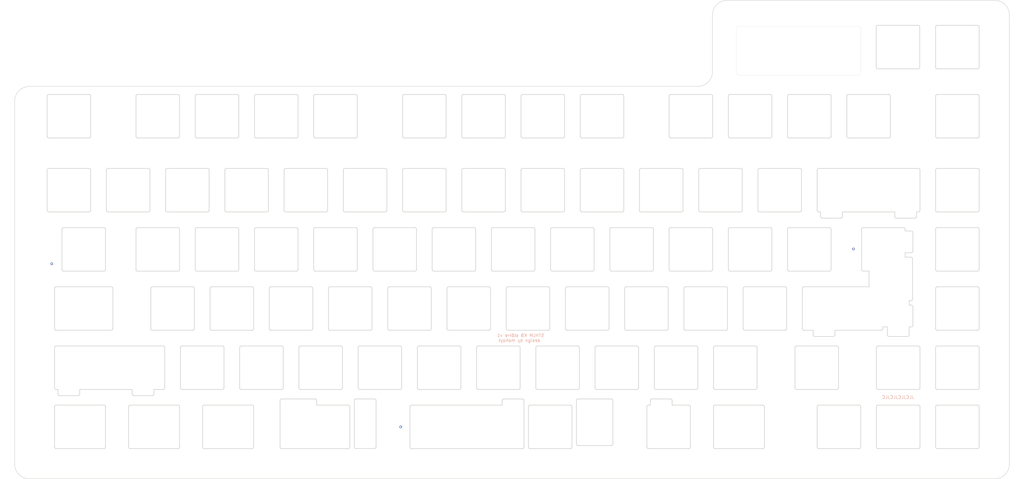
<source format=kicad_pcb>
(kicad_pcb (version 20221018) (generator pcbnew)
  (layers (0 "F.Cu" signal) (31 "B.Cu" signal) (34 "B.Paste" user) (35 "F.Paste" user) (36 "B.SilkS" user "B.Silkscreen") (37 "F.SilkS" user "F.Silkscreen") (38 "B.Mask" user) (39 "F.Mask" user) (44 "Edge.Cuts" user))
  (net 0 "")
  (footprint "MountingHole:MountingHole_2.2mm_M2" (layer "F.Cu") (at 50.1375 167.125)
    (fp_text reference "REF**" hide)
    (fp_text value "MountingHole_2.2mm_M2")
    (pad "" np_thru_hole circle (at 0 0) (size 2.2 2.2) (drill 2.2) (layers "*.Cu" "*.Mask"))
  )
  (footprint "MountingHole:MountingHole_2.2mm_M2" (layer "F.Cu") (at 128.925 167.125)
    (fp_text reference "REF**" hide)
    (fp_text value "MountingHole_2.2mm_M2")
    (pad "" np_thru_hole circle (at 0 0) (size 2.2 2.2) (drill 2.2) (layers "*.Cu" "*.Mask"))
  )
  (footprint "MountingHole:MountingHole_2.2mm_M2" (layer "F.Cu") (at 360.5125 167.125)
    (fp_text reference "REF**" hide)
    (fp_text value "MountingHole_2.2mm_M2")
    (pad "" np_thru_hole circle (at 0 0) (size 2.2 2.2) (drill 2.2) (layers "*.Cu" "*.Mask"))
  )
  (footprint "MountingHole:MountingHole_2.2mm_M2" (layer "F.Cu") (at 50.1375 108.737)
    (fp_text reference "REF**" hide)
    (fp_text value "MountingHole_2.2mm_M2")
    (pad "" np_thru_hole circle (at 0 0) (size 2.2 2.2) (drill 2.2) (layers "*.Cu" "*.Mask"))
  )
  (footprint "MountingHole:MountingHole_2.2mm_M2" (layer "F.Cu") (at 360.5125 50.34925)
    (fp_text reference "REF**" hide)
    (fp_text value "MountingHole_2.2mm_M2")
    (pad "" np_thru_hole circle (at 0 0) (size 2.2 2.2) (drill 2.2) (layers "*.Cu" "*.Mask"))
  )
  (footprint "MountingHole:MountingHole_2.2mm_M2" (layer "F.Cu") (at 360.5125 108.737)
    (fp_text reference "REF**" hide)
    (fp_text value "MountingHole_2.2mm_M2")
    (pad "" np_thru_hole circle (at 0 0) (size 2.2 2.2) (drill 2.2) (layers "*.Cu" "*.Mask"))
  )
  (footprint "MountingHole:MountingHole_2.2mm_M2" (layer "F.Cu") (at 50.1375 50.34925)
    (fp_text reference "REF**" hide)
    (fp_text value "MountingHole_2.2mm_M2")
    (pad "" np_thru_hole circle (at 0 0) (size 2.2 2.2) (drill 2.2) (layers "*.Cu" "*.Mask"))
  )
  (footprint "MountingHole:MountingHole_2.2mm_M2" (layer "F.Cu") (at 205.325 167.125)
    (fp_text reference "REF**" hide)
    (fp_text value "MountingHole_2.2mm_M2")
    (pad "" np_thru_hole circle (at 0 0) (size 2.2 2.2) (drill 2.2) (layers "*.Cu" "*.Mask"))
  )
  (footprint "MountingHole:MountingHole_2.2mm_M2" (layer "F.Cu") (at 281.725 167.125)
    (fp_text reference "REF**" hide)
    (fp_text value "MountingHole_2.2mm_M2")
    (pad "" np_thru_hole circle (at 0 0) (size 2.2 2.2) (drill 2.2) (layers "*.Cu" "*.Mask"))
  )
  (gr_arc (start 298.4264 85.4811) (mid 298.279956 85.834671) (end 297.9264 85.9811) (stroke (width 0.2)) (layer "Edge.Cuts"))
  (gr_arc (start 199.2014 105.0311) (mid 198.847879 104.884636) (end 198.7014 104.5311) (stroke (width 0.2)) (layer "Edge.Cuts"))
  (gr_arc (start 270.1389 148.6811) (mid 270.285344 148.327529) (end 270.6389 148.1811) (stroke (width 0.2)) (layer "Edge.Cuts"))
  (gr_line (start 236.5139 110.5811) (end 236.5139 123.5811) (stroke (width 0.2)) (layer "Edge.Cuts"))
  (gr_arc (start 280.1639 124.0811) (mid 279.810379 123.934636) (end 279.6639 123.5811) (stroke (width 0.2)) (layer "Edge.Cuts"))
  (gr_arc (start 317.4764 161.6811) (mid 317.329956 162.034671) (end 316.9764 162.1811) (stroke (width 0.2)) (layer "Edge.Cuts"))
  (gr_line (start 296.83265 129.1311) (end 309.83265 129.1311) (stroke (width 0.2)) (layer "Edge.Cuts"))
  (gr_arc (start 342.0764 124.0811) (mid 341.722879 123.934636) (end 341.5764 123.5811) (stroke (width 0.2)) (layer "Edge.Cuts"))
  (gr_arc (start 174.6014 104.5311) (mid 174.454953 104.884653) (end 174.1014 105.0311) (stroke (width 0.2)) (layer "Edge.Cuts"))
  (gr_arc (start 255.5639 123.5811) (mid 255.417456 123.934671) (end 255.0639 124.0811) (stroke (width 0.2)) (layer "Edge.Cuts"))
  (gr_line (start 170.6264 48.1686) (end 183.6264 48.1686) (stroke (width 0.2)) (layer "Edge.Cuts"))
  (gr_arc (start 299.21795 124.0708) (mid 298.864397 123.924353) (end 298.71795 123.5708) (stroke (width 0.2)) (layer "Edge.Cuts"))
  (gr_arc (start 334.1492 114.0458) (mid 334.002756 114.399371) (end 333.6492 114.5458) (stroke (width 0.2)) (layer "Edge.Cuts"))
  (gr_arc (start 260.3264 85.4811) (mid 260.179956 85.834671) (end 259.8264 85.9811) (stroke (width 0.2)) (layer "Edge.Cuts"))
  (gr_line (start 161.10815 146.1811) (end 155.10815 146.1811) (stroke (width 0.2)) (layer "Edge.Cuts"))
  (gr_line (start 218.2514 105.0311) (end 231.2514 105.0311) (stroke (width 0.2)) (layer "Edge.Cuts"))
  (gr_line (start 123.0014 91.0311) (end 136.0014 91.0311) (stroke (width 0.2)) (layer "Edge.Cuts"))
  (gr_line (start 316.7402 26.1725) (end 278.4902 26.1725) (stroke (width 0.05)) (layer "Edge.Cuts"))
  (gr_line (start 328.9394 87.9811) (end 334.9394 87.9811) (stroke (width 0.2)) (layer "Edge.Cuts"))
  (gr_arc (start 123.0014 62.1686) (mid 122.647847 62.022153) (end 122.5014 61.6686) (stroke (width 0.2)) (layer "Edge.Cuts"))
  (gr_arc (start 296.83265 143.1311) (mid 296.479126 142.984624) (end 296.33265 142.6311) (stroke (width 0.2)) (layer "Edge.Cuts"))
  (gr_arc (start 184.9139 124.0811) (mid 184.560379 123.934636) (end 184.4139 123.5811) (stroke (width 0.2)) (layer "Edge.Cuts"))
  (gr_arc (start 193.6514 104.5311) (mid 193.504956 104.884671) (end 193.1514 105.0311) (stroke (width 0.2)) (layer "Edge.Cuts"))
  (gr_arc (start 333.744836 92.1078) (mid 334.098369 92.254271) (end 334.244836 92.6078) (stroke (width 0.2)) (layer "Edge.Cuts"))
  (gr_arc (start 69.8264 85.4811) (mid 69.679953 85.834653) (end 69.3264 85.9811) (stroke (width 0.2)) (layer "Edge.Cuts"))
  (gr_arc (start 327.0014 61.6686) (mid 326.854956 62.022171) (end 326.5014 62.1686) (stroke (width 0.2)) (layer "Edge.Cuts"))
  (gr_arc (start 141.2639 123.5811) (mid 141.117453 123.934653) (end 140.7639 124.0811) (stroke (width 0.2)) (layer "Edge.Cuts"))
  (gr_line (start 309.1862 124.0708) (end 309.1862 125.5708) (stroke (width 0.2)) (layer "Edge.Cuts"))
  (gr_arc (start 136.0014 48.1686) (mid 136.354953 48.315047) (end 136.5014 48.6686) (stroke (width 0.2)) (layer "Edge.Cuts"))
  (gr_arc (start 55.8264 72.4811) (mid 55.972847 72.127547) (end 56.3264 71.9811) (stroke (width 0.2)) (layer "Edge.Cuts"))
  (gr_arc (start 355.5764 161.6811) (mid 355.429956 162.034671) (end 355.0764 162.1811) (stroke (width 0.2)) (layer "Edge.Cuts"))
  (gr_arc (start 112.9764 72.4811) (mid 113.122847 72.127547) (end 113.4764 71.9811) (stroke (width 0.2)) (layer "Edge.Cuts"))
  (gr_line (start 226.9889 129.6311) (end 226.9889 142.6311) (stroke (width 0.2)) (layer "Edge.Cuts"))
  (gr_line (start 151.5764 85.9811) (end 164.5764 85.9811) (stroke (width 0.2)) (layer "Edge.Cuts"))
  (gr_line (start 275.4014 48.1686) (end 288.4014 48.1686) (stroke (width 0.2)) (layer "Edge.Cuts"))
  (gr_arc (start 142.0514 62.1686) (mid 141.697847 62.022153) (end 141.5514 61.6686) (stroke (width 0.2)) (layer "Edge.Cuts"))
  (gr_arc (start 112.1889 129.1311) (mid 112.542453 129.277547) (end 112.6889 129.6311) (stroke (width 0.2)) (layer "Edge.Cuts"))
  (gr_arc (start 303.9764 162.1811) (mid 303.622879 162.034636) (end 303.4764 161.6811) (stroke (width 0.2)) (layer "Edge.Cuts"))
  (gr_line (start 56.3264 48.1686) (end 69.3264 48.1686) (stroke (width 0.2)) (layer "Edge.Cuts"))
  (gr_line (start 342.0764 110.0811) (end 355.0764 110.0811) (stroke (width 0.2)) (layer "Edge.Cuts"))
  (gr_line (start 117.4514 48.6686) (end 117.4514 61.6686) (stroke (width 0.2)) (layer "Edge.Cuts"))
  (gr_arc (start 303.9764 85.9811) (mid 303.622879 85.834636) (end 303.4764 85.4811) (stroke (width 0.2)) (layer "Edge.Cuts"))
  (gr_arc (start 210.60765 148.6811) (mid 210.754097 148.327547) (end 211.10765 148.1811) (stroke (width 0.2)) (layer "Edge.Cuts"))
  (gr_arc (start 310.33265 142.6311) (mid 310.186203 142.984653) (end 309.83265 143.1311) (stroke (width 0.2)) (layer "Edge.Cuts"))
  (gr_line (start 303.9764 162.1811) (end 316.9764 162.1811) (stroke (width 0.2)) (layer "Edge.Cuts"))
  (gr_arc (start 61.0889 105.0311) (mid 60.735347 104.884653) (end 60.5889 104.5311) (stroke (width 0.2)) (layer "Edge.Cuts"))
  (gr_line (start 304.5634 85.9811) (end 304.5634 87.4811) (stroke (width 0.2)) (layer "Edge.Cuts"))
  (gr_arc (start 231.2514 91.0311) (mid 231.604921 91.177564) (end 231.7514 91.5311) (stroke (width 0.2)) (layer "Edge.Cuts"))
  (gr_arc (start 293.9514 48.6686) (mid 294.097844 48.315029) (end 294.4514 48.1686) (stroke (width 0.2)) (layer "Edge.Cuts"))
  (gr_line (start 50.1394 45.5674) (end 265.0144 45.5674) (stroke (width 0.15)) (layer "Edge.Cuts"))
  (gr_arc (start 89.6639 124.0811) (mid 89.310347 123.934653) (end 89.1639 123.5811) (stroke (width 0.2)) (layer "Edge.Cuts"))
  (gr_line (start 82.52015 148.1811) (end 97.9014 148.1811) (stroke (width 0.2)) (layer "Edge.Cuts"))
  (gr_line (start 336.4628 26.3975) (end 336.4628 39.3975) (stroke (width 0.2)) (layer "Edge.Cuts"))
  (gr_line (start 151.5764 71.9811) (end 164.5764 71.9811) (stroke (width 0.2)) (layer "Edge.Cuts"))
  (gr_arc (start 56.3264 85.9811) (mid 55.972847 85.834653) (end 55.8264 85.4811) (stroke (width 0.2)) (layer "Edge.Cuts"))
  (gr_arc (start 274.1139 110.0811) (mid 274.467421 110.227564) (end 274.6139 110.5811) (stroke (width 0.2)) (layer "Edge.Cuts"))
  (gr_line (start 58.2036 110.5811) (end 58.2036 123.5811) (stroke (width 0.2)) (layer "Edge.Cuts"))
  (gr_arc (start 240.7764 71.9811) (mid 241.129921 72.127564) (end 241.2764 72.4811) (stroke (width 0.2)) (layer "Edge.Cuts"))
  (gr_line (start 194.4389 143.1311) (end 207.4389 143.1311) (stroke (width 0.2)) (layer "Edge.Cuts"))
  (gr_line (start 184.4139 110.5811) (end 184.4139 123.5811) (stroke (width 0.2)) (layer "Edge.Cuts"))
  (gr_line (start 207.9389 129.6311) (end 207.9389 142.6311) (stroke (width 0.2)) (layer "Edge.Cuts"))
  (gr_arc (start 250.8014 104.5311) (mid 250.654956 104.884671) (end 250.3014 105.0311) (stroke (width 0.2)) (layer "Edge.Cuts"))
  (gr_line (start 274.9014 91.5311) (end 274.9014 104.5311) (stroke (width 0.2)) (layer "Edge.Cuts"))
  (gr_arc (start 218.2514 105.0311) (mid 217.897879 104.884636) (end 217.7514 104.5311) (stroke (width 0.2)) (layer "Edge.Cuts"))
  (gr_line (start 173.00765 162.1811) (end 208.66965 162.1811) (stroke (width 0.2)) (layer "Edge.Cuts"))
  (gr_line (start 127.2639 110.5811) (end 127.2639 123.5811) (stroke (width 0.2)) (layer "Edge.Cuts"))
  (gr_line (start 165.8639 110.0811) (end 178.8639 110.0811) (stroke (width 0.2)) (layer "Edge.Cuts"))
  (gr_line (start 89.1639 110.5811) (end 89.1639 123.5811) (stroke (width 0.2)) (layer "Edge.Cuts"))
  (gr_arc (start 212.7014 104.5311) (mid 212.554956 104.884671) (end 212.2014 105.0311) (stroke (width 0.2)) (layer "Edge.Cuts"))
  (gr_line (start 275.4014 91.0311) (end 288.4014 91.0311) (stroke (width 0.2)) (layer "Edge.Cuts"))
  (gr_arc (start 255.0639 110.0811) (mid 255.417421 110.227564) (end 255.5639 110.5811) (stroke (width 0.2)) (layer "Edge.Cuts"))
  (gr_arc (start 324.6242 123.5708) (mid 324.477756 123.924371) (end 324.1242 124.0708) (stroke (width 0.2)) (layer "Edge.Cuts"))
  (gr_line (start 98.4014 148.6811) (end 98.4014 161.6811) (stroke (width 0.2)) (layer "Edge.Cuts"))
  (gr_line (start 294.4514 62.1686) (end 307.4514 62.1686) (stroke (width 0.2)) (layer "Edge.Cuts"))
  (gr_line (start 310.33265 129.6311) (end 310.33265 142.6311) (stroke (width 0.2)) (layer "Edge.Cuts"))
  (gr_line (start 237.27015 161.1811) (end 226.54565 161.1811) (stroke (width 0.2)) (layer "Edge.Cuts"))
  (gr_arc (start 250.3014 91.0311) (mid 250.654921 91.177564) (end 250.8014 91.5311) (stroke (width 0.2)) (layer "Edge.Cuts"))
  (gr_line (start 250.8014 91.5311) (end 250.8014 104.5311) (stroke (width 0.2)) (layer "Edge.Cuts"))
  (gr_arc (start 227.7764 85.9811) (mid 227.422879 85.834636) (end 227.2764 85.4811) (stroke (width 0.2)) (layer "Edge.Cuts"))
  (gr_arc (start 98.4014 104.5311) (mid 98.254953 104.884653) (end 97.9014 105.0311) (stroke (width 0.2)) (layer "Edge.Cuts"))
  (gr_line (start 58.7036 110.0811) (end 76.47015 110.0811) (stroke (width 0.2)) (layer "Edge.Cuts"))
  (gr_line (start 342.0764 162.1811) (end 355.0764 162.1811) (stroke (width 0.2)) (layer "Edge.Cuts"))
  (gr_arc (start 288.4014 48.1686) (mid 288.754921 48.315064) (end 288.9014 48.6686) (stroke (width 0.2)) (layer "Edge.Cuts"))
  (gr_line (start 69.8264 72.4811) (end 69.8264 85.4811) (stroke (width 0.2)) (layer "Edge.Cuts"))
  (gr_arc (start 278.4902 41.9225) (mid 277.783096 41.629618) (end 277.4902 40.9225) (stroke (width 0.05)) (layer "Edge.Cuts"))
  (gr_arc (start 150.7889 142.6311) (mid 150.642453 142.984653) (end 150.2889 143.1311) (stroke (width 0.2)) (layer "Edge.Cuts"))
  (gr_arc (start 255.8514 91.5311) (mid 255.997844 91.177529) (end 256.3514 91.0311) (stroke (width 0.2)) (layer "Edge.Cuts"))
  (gr_arc (start 323.0264 162.1811) (mid 322.672879 162.034636) (end 322.5264 161.6811) (stroke (width 0.2)) (layer "Edge.Cuts"))
  (gr_line (start 336.5264 148.6811) (end 336.5264 161.6811) (stroke (width 0.2)) (layer "Edge.Cuts"))
  (gr_line (start 173.00765 148.1811) (end 202.16965 148.1811) (stroke (width 0.2)) (layer "Edge.Cuts"))
  (gr_arc (start 131.23215 162.1811) (mid 130.878622 162.034628) (end 130.73215 161.6811) (stroke (width 0.2)) (layer "Edge.Cuts"))
  (gr_arc (start 146.8139 124.0811) (mid 146.460347 123.934653) (end 146.3139 123.5811) (stroke (width 0.2)) (layer "Edge.Cuts"))
  (gr_arc (start 153.17015 161.6811) (mid 153.023714 162.034664) (end 152.67015 162.1811) (stroke (width 0.2)) (layer "Edge.Cuts"))
  (gr_line (start 303.4764 148.6811) (end 303.4764 161.6811) (stroke (width 0.2)) (layer "Edge.Cuts"))
  (gr_line (start 84.4014 48.6686) (end 84.4014 61.6686) (stroke (width 0.2)) (layer "Edge.Cuts"))
  (gr_arc (start 355.0764 91.0311) (mid 355.429921 91.177564) (end 355.5764 91.5311) (stroke (width 0.2)) (layer "Edge.Cuts"))
  (gr_line (start 307.9514 48.6686) (end 307.9514 61.6686) (stroke (width 0.2)) (layer "Edge.Cuts"))
  (gr_line (start 99.1889 143.1311) (end 112.1889 143.1311) (stroke (width 0.2)) (layer "Edge.Cuts"))
  (gr_line (start 93.9264 72.4811) (end 93.9264 85.4811) (stroke (width 0.2)) (layer "Edge.Cuts"))
  (gr_arc (start 58.7036 124.0811) (mid 58.350047 123.934653) (end 58.2036 123.5811) (stroke (width 0.2)) (layer "Edge.Cuts"))
  (gr_line (start 180.1514 105.0311) (end 193.1514 105.0311) (stroke (width 0.2)) (layer "Edge.Cuts"))
  (gr_arc (start 336.5264 142.6311) (mid 336.379956 142.984671) (end 336.0264 143.1311) (stroke (width 0.2)) (layer "Edge.Cuts"))
  (gr_line (start 255.5639 110.5811) (end 255.5639 123.5811) (stroke (width 0.2)) (layer "Edge.Cuts"))
  (gr_line (start 322.5264 148.6811) (end 322.5264 161.6811) (stroke (width 0.2)) (layer "Edge.Cuts"))
  (gr_line (start 318.26795 105.0208) (end 320.1492 105.0208) (stroke (width 0.2)) (layer "Edge.Cuts"))
  (gr_arc (start 307.4514 91.0311) (mid 307.804921 91.177564) (end 307.9514 91.5311) (stroke (width 0.2)) (layer "Edge.Cuts"))
  (gr_line (start 333.0622 122.9838) (end 333.0622 125.5708) (stroke (width 0.2)) (layer "Edge.Cuts"))
  (gr_line (start 89.6639 110.0811) (end 102.6639 110.0811) (stroke (width 0.2)) (layer "Edge.Cuts"))
  (gr_line (start 279.3764 72.4811) (end 279.3764 85.4811) (stroke (width 0.2)) (layer "Edge.Cuts"))
  (gr_arc (start 294.4514 62.1686) (mid 294.097879 62.022136) (end 293.9514 61.6686) (stroke (width 0.2)) (layer "Edge.Cuts"))
  (gr_line (start 286.52015 148.6811) (end 286.52015 161.6811) (stroke (width 0.2)) (layer "Edge.Cuts"))
  (gr_arc (start 241.5639 110.5811) (mid 241.710344 110.227529) (end 242.0639 110.0811) (stroke (width 0.2)) (layer "Edge.Cuts"))
  (gr_line (start 172.50765 148.6811) (end 172.50765 161.6811) (stroke (width 0.2)) (layer "Edge.Cuts"))
  (gr_arc (start 146.3139 110.5811) (mid 146.460347 110.227547) (end 146.8139 110.0811) (stroke (width 0.2)) (layer "Edge.Cuts"))
  (gr_arc (start 237.77015 160.6811) (mid 237.623703 161.034653) (end 237.27015 161.1811) (stroke (width 0.2)) (layer "Edge.Cuts"))
  (gr_line (start 270.1389 129.6311) (end 270.1389 142.6311) (stroke (width 0.2)) (layer "Edge.Cuts"))
  (gr_line (start 341.5764 48.6686) (end 341.5764 61.6686) (stroke (width 0.2)) (layer "Edge.Cuts"))
  (gr_line (start 150.7889 129.6311) (end 150.7889 142.6311) (stroke (width 0.2)) (layer "Edge.Cuts"))
  (gr_arc (start 55.8264 48.6686) (mid 55.972847 48.315047) (end 56.3264 48.1686) (stroke (width 0.2)) (layer "Edge.Cuts"))
  (gr_line (start 255.8514 48.6686) (end 255.8514 61.6686) (stroke (width 0.2)) (layer "Edge.Cuts"))
  (gr_arc (start 202.6764 48.1686) (mid 203.029921 48.315064) (end 203.1764 48.6686) (stroke (width 0.2)) (layer "Edge.Cuts"))
  (gr_line (start 269.7894 40.7924) (end 269.7894 22.5955) (stroke (width 0.15)) (layer "Edge.Cuts"))
  (gr_arc (start 56.3264 62.1686) (mid 55.972847 62.022153) (end 55.8264 61.6686) (stroke (width 0.2)) (layer "Edge.Cuts"))
  (gr_arc (start 58.70765 162.1811) (mid 58.354101 162.034649) (end 58.20765 161.6811) (stroke (width 0.2)) (layer "Edge.Cuts"))
  (gr_arc (start 336.0264 148.1811) (mid 336.379921 148.327564) (end 336.5264 148.6811) (stroke (width 0.2)) (layer "Edge.Cuts"))
  (gr_arc (start 98.6889 129.6311) (mid 98.835347 129.277547) (end 99.1889 129.1311) (stroke (width 0.2)) (layer "Edge.Cuts"))
  (gr_line (start 211.10765 162.1811) (end 224.10765 162.1811) (stroke (width 0.2)) (layer "Edge.Cuts"))
  (gr_arc (start 303.4764 148.6811) (mid 303.622844 148.327529) (end 303.9764 148.1811) (stroke (width 0.2)) (layer "Edge.Cuts"))
  (gr_line (start 223.0139 124.0811) (end 236.0139 124.0811) (stroke (width 0.2)) (layer "Edge.Cuts"))
  (gr_arc (start 341.5764 72.4811) (mid 341.722844 72.127529) (end 342.0764 71.9811) (stroke (width 0.2)) (layer "Edge.Cuts"))
  (gr_line (start 208.7264 62.1686) (end 221.7264 62.1686) (stroke (width 0.2)) (layer "Edge.Cuts"))
  (gr_arc (start 322.5264 148.6811) (mid 322.672844 148.327529) (end 323.0264 148.1811) (stroke (width 0.2)) (layer "Edge.Cuts"))
  (gr_arc (start 212.2014 91.0311) (mid 212.554921 91.177564) (end 212.7014 91.5311) (stroke (width 0.2)) (layer "Edge.Cuts"))
  (gr_line (start 218.2514 91.0311) (end 231.2514 91.0311) (stroke (width 0.2)) (layer "Edge.Cuts"))
  (gr_line (start 132.0264 72.4811) (end 132.0264 85.4811) (stroke (width 0.2)) (layer "Edge.Cuts"))
  (gr_arc (start 202.6764 71.9811) (mid 203.029921 72.127564) (end 203.1764 72.4811) (stroke (width 0.2)) (layer "Edge.Cuts"))
  (gr_arc (start 90.17065 144.6311) (mid 90.024214 144.984664) (end 89.67065 145.1311) (stroke (width 0.2)) (layer "Edge.Cuts"))
  (gr_line (start 256.3514 91.0311) (end 269.3514 91.0311) (stroke (width 0.2)) (layer "Edge.Cuts"))
  (gr_arc (start 88.3764 71.9811) (mid 88.729953 72.127547) (end 88.8764 72.4811) (stroke (width 0.2)) (layer "Edge.Cuts"))
  (gr_arc (start 232.0389 129.6311) (mid 232.185344 129.277529) (end 232.5389 129.1311) (stroke (width 0.2)) (layer "Edge.Cuts"))
  (gr_line (start 270.6389 148.1811) (end 286.02015 148.1811) (stroke (width 0.2)) (layer "Edge.Cuts"))
  (gr_arc (start 336.0264 129.1311) (mid 336.379921 129.277564) (end 336.5264 129.6311) (stroke (width 0.2)) (layer "Edge.Cuts"))
  (gr_line (start 217.4639 110.5811) (end 217.4639 123.5811) (stroke (width 0.2)) (layer "Edge.Cuts"))
  (gr_arc (start 136.5014 61.6686) (mid 136.354953 62.022153) (end 136.0014 62.1686) (stroke (width 0.2)) (layer "Edge.Cuts"))
  (gr_line (start 231.7514 91.5311) (end 231.7514 104.5311) (stroke (width 0.2)) (layer "Edge.Cuts"))
  (gr_arc (start 213.4889 143.1311) (mid 213.135379 142.984636) (end 212.9889 142.6311) (stroke (width 0.2)) (layer "Edge.Cuts"))
  (gr_arc (start 184.4139 110.5811) (mid 184.560344 110.227529) (end 184.9139 110.0811) (stroke (width 0.2)) (layer "Edge.Cuts"))
  (gr_arc (start 265.8764 85.9811) (mid 265.522879 85.834636) (end 265.3764 85.4811) (stroke (width 0.2)) (layer "Edge.Cuts"))
  (gr_arc (start 164.5764 71.9811) (mid 164.929953 72.127547) (end 165.0764 72.4811) (stroke (width 0.2)) (layer "Edge.Cuts"))
  (gr_line (start 82.52015 162.1811) (end 97.9014 162.1811) (stroke (width 0.2)) (layer "Edge.Cuts"))
  (gr_arc (start 184.1264 61.6686) (mid 183.979956 62.022171) (end 183.6264 62.1686) (stroke (width 0.2)) (layer "Edge.Cuts"))
  (gr_arc (start 336.5264 85.4811) (mid 336.379956 85.834671) (end 336.0264 85.9811) (stroke (width 0.2)) (layer "Edge.Cuts"))
  (gr_line (start 169.8389 129.6311) (end 169.8389 142.6311) (stroke (width 0.2)) (layer "Edge.Cuts"))
  (gr_arc (start 293.9514 91.5311) (mid 294.097844 91.177529) (end 294.4514 91.0311) (stroke (width 0.2)) (layer "Edge.Cuts"))
  (gr_line (start 334.2508 116.4838) (end 334.2508 122.4838) (stroke (width 0.2)) (layer "Edge.Cuts"))
  (gr_line (start 156.3389 129.1311) (end 169.3389 129.1311) (stroke (width 0.2)) (layer "Edge.Cuts"))
  (gr_arc (start 226.9889 142.6311) (mid 226.842456 142.984671) (end 226.4889 143.1311) (stroke (width 0.2)) (layer "Edge.Cuts"))
  (gr_arc (start 256.3514 105.0311) (mid 255.997879 104.884636) (end 255.8514 104.5311) (stroke (width 0.2)) (layer "Edge.Cuts"))
  (gr_arc (start 198.4139 123.5811) (mid 198.267456 123.934671) (end 197.9139 124.0811) (stroke (width 0.2)) (layer "Edge.Cuts"))
  (gr_arc (start 274.6139 123.5811) (mid 274.467456 123.934671) (end 274.1139 124.0811) (stroke (width 0.2)) (layer "Edge.Cuts"))
  (gr_arc (start 297.9264 71.9811) (mid 298.279921 72.127564) (end 298.4264 72.4811) (stroke (width 0.2)) (layer "Edge.Cuts"))
  (gr_line (start 58.70765 162.1811) (end 74.0889 162.1811) (stroke (width 0.2)) (layer "Edge.Cuts"))
  (gr_line (start 170.6264 62.1686) (end 183.6264 62.1686) (stroke (width 0.2)) (layer "Edge.Cuts"))
  (gr_arc (start 116.9514 48.1686) (mid 117.304953 48.315047) (end 117.4514 48.6686) (stroke (width 0.2)) (layer "Edge.Cuts"))
  (gr_line (start 222.5139 110.5811) (end 222.5139 123.5811) (stroke (width 0.2)) (layer "Edge.Cuts"))
  (gr_arc (start 189.6764 85.9811) (mid 189.322879 85.834636) (end 189.1764 85.4811) (stroke (width 0.2)) (layer "Edge.Cuts"))
  (gr_line (start 303.9764 85.9811) (end 304.5634 85.9811) (stroke (width 0.2)) (layer "Edge.Cuts"))
  (gr_arc (start 180.1514 105.0311) (mid 179.797847 104.884653) (end 179.6514 104.5311) (stroke (width 0.2)) (layer "Edge.Cuts"))
  (gr_line (start 211.10765 148.1811) (end 224.10765 148.1811) (stroke (width 0.2)) (layer "Edge.Cuts"))
  (gr_line (start 336.5264 72.4811) (end 336.5264 85.4811) (stroke (width 0.2)) (layer "Edge.Cuts"))
  (gr_line (start 237.77015 160.6811) (end 237.77015 146.6811) (stroke (width 0.2)) (layer "Edge.Cuts"))
  (gr_line (start 69.8264 48.6686) (end 69.8264 61.6686) (stroke (width 0.2)) (layer "Edge.Cuts"))
  (gr_arc (start 84.4014 91.5311) (mid 84.547847 91.177547) (end 84.9014 91.0311) (stroke (width 0.2)) (layer "Edge.Cuts"))
  (gr_arc (start 208.2264 48.6686) (mid 208.372844 48.315029) (end 208.7264 48.1686) (stroke (width 0.2)) (layer "Edge.Cuts"))
  (gr_line (start 137.2889 129.1311) (end 150.2889 129.1311) (stroke (width 0.2)) (layer "Edge.Cuts"))
  (gr_line (start 142.0264 146.1811) (end 131.23215 146.1811) (stroke (width 0.2)) (layer "Edge.Cuts"))
  (gr_arc (start 121.7139 110.0811) (mid 122.067453 110.227547) (end 122.2139 110.5811) (stroke (width 0.2)) (layer "Edge.Cuts"))
  (gr_line (start 156.3389 143.1311) (end 169.3389 143.1311) (stroke (width 0.2)) (layer "Edge.Cuts"))
  (gr_line (start 342.0764 148.1811) (end 355.0764 148.1811) (stroke (width 0.2)) (layer "Edge.Cuts"))
  (gr_arc (start 298.71795 110.5708) (mid 298.864397 110.217247) (end 299.21795 110.0708) (stroke (width 0.2)) (layer "Edge.Cuts"))
  (gr_line (start 342.0764 105.0311) (end 355.0764 105.0311) (stroke (width 0.2)) (layer "Edge.Cuts"))
  (gr_line (start 313.5014 62.1686) (end 326.5014 62.1686) (stroke (width 0.2)) (layer "Edge.Cuts"))
  (gr_line (start 123.0014 105.0311) (end 136.0014 105.0311) (stroke (width 0.2)) (layer "Edge.Cuts"))
  (gr_arc (start 283.6389 129.1311) (mid 283.992421 129.277564) (end 284.1389 129.6311) (stroke (width 0.2)) (layer "Edge.Cuts"))
  (gr_line (start 341.5764 26.3975) (end 341.5764 39.3975) (stroke (width 0.2)) (layer "Edge.Cuts"))
  (gr_line (start 280.1639 124.0811) (end 293.1639 124.0811) (stroke (width 0.2)) (layer "Edge.Cuts"))
  (gr_arc (start 279.3764 85.4811) (mid 279.229956 85.834671) (end 278.8764 85.9811) (stroke (width 0.2)) (layer "Edge.Cuts"))
  (gr_line (start 303.4764 72.4811) (end 303.4764 85.4811) (stroke (width 0.2)) (layer "Edge.Cuts"))
  (gr_line (start 155.8389 129.6311) (end 155.8389 142.6311) (stroke (width 0.2)) (layer "Edge.Cuts"))
  (gr_line (start 260.6139 110.5811) (end 260.6139 123.5811) (stroke (width 0.2)) (layer "Edge.Cuts"))
  (gr_arc (start 334.2508 122.4838) (mid 334.104356 122.837371) (end 333.7508 122.9838) (stroke (width 0.2)) (layer "Edge.Cuts"))
  (gr_line (start 112.9764 72.4811) (end 112.9764 85.4811) (stroke (width 0.2)) (layer "Edge.Cuts"))
  (gr_line (start 193.6514 91.5311) (end 193.6514 104.5311) (stroke (width 0.2)) (layer "Edge.Cuts"))
  (gr_line (start 275.4014 62.1686) (end 288.4014 62.1686) (stroke (width 0.2)) (layer "Edge.Cuts"))
  (gr_line (start 280.1639 110.0811) (end 293.1639 110.0811) (stroke (width 0.2)) (layer "Edge.Cuts"))
  (gr_arc (start 140.7639 110.0811) (mid 141.117453 110.227547) (end 141.2639 110.5811) (stroke (width 0.2)) (layer "Edge.Cuts"))
  (gr_arc (start 178.8639 110.0811) (mid 179.217453 110.227547) (end 179.3639 110.5811) (stroke (width 0.2)) (layer "Edge.Cuts"))
  (gr_arc (start 207.9389 142.6311) (mid 207.792456 142.984671) (end 207.4389 143.1311) (stroke (width 0.2)) (layer "Edge.Cuts"))
  (gr_arc (start 341.5764 48.6686) (mid 341.722844 48.315029) (end 342.0764 48.1686) (stroke (width 0.2)) (layer "Edge.Cuts"))
  (gr_line (start 56.3264 85.9811) (end 69.3264 85.9811) (stroke (width 0.2)) (layer "Edge.Cuts"))
  (gr_arc (start 262.20765 148.1811) (mid 262.561174 148.327576) (end 262.70765 148.6811) (stroke (width 0.2)) (layer "Edge.Cuts"))
  (gr_line (start 193.9389 129.6311) (end 193.9389 142.6311) (stroke (width 0.2)) (layer "Edge.Cuts"))
  (gr_line (start 274.9014 48.6686) (end 274.9014 61.6686) (stroke (width 0.2)) (layer "Edge.Cuts"))
  (gr_line (start 355.5764 48.6686) (end 355.5764 61.6686) (stroke (width 0.2)) (layer "Edge.Cuts"))
  (gr_arc (start 113.4764 85.9811) (mid 113.122847 85.834653) (end 112.9764 85.4811) (stroke (width 0.2)) (layer "Edge.Cuts"))
  (gr_line (start 198.7014 91.5311) (end 198.7014 104.5311) (stroke (width 0.2)) (layer "Edge.Cuts"))
  (gr_arc (start 107.9264 85.4811) (mid 107.779953 85.834653) (end 107.4264 85.9811) (stroke (width 0.2)) (layer "Edge.Cuts"))
  (gr_arc (start 117.7389 129.6311) (mid 117.885347 129.277547) (end 118.2389 129.1311) (stroke (width 0.2)) (layer "Edge.Cuts"))
  (gr_arc (start 155.0514 91.0311) (mid 155.404953 91.177547) (end 155.5514 91.5311) (stroke (width 0.2)) (layer "Edge.Cuts"))
  (gr_line (start 274.6139 110.5811) (end 274.6139 123.5811) (stroke (width 0.2)) (layer "Edge.Cuts"))
  (gr_line (start 326.0622 122.9838) (end 324.6242 122.9838) (stroke (width 0.2)) (layer "Edge.Cuts"))
  (gr_line (start 269.8514 48.6686) (end 269.8514 61.6686) (stroke (width 0.2)) (layer "Edge.Cuts"))
  (gr_line (start 184.1264 48.6686) (end 184.1264 61.6686) (stroke (width 0.2)) (layer "Edge.Cuts"))
  (gr_line (start 342.0764 48.1686) (end 355.0764 48.1686) (stroke (width 0.2)) (layer "Edge.Cuts"))
  (gr_line (start 212.9889 129.6311) (end 212.9889 142.6311) (stroke (width 0.2)) (layer "Edge.Cuts"))
  (gr_line (start 136.5014 91.5311) (end 136.5014 104.5311) (stroke (width 0.2)) (layer "Edge.Cuts"))
  (gr_line (start 160.6014 91.5311) (end 160.6014 104.5311) (stroke (width 0.2)) (layer "Edge.Cuts"))
  (gr_line (start 360.5144 17.8205) (end 274.5644 17.8205) (stroke (width 0.15)) (layer "Edge.Cuts"))
  (gr_line (start 184.1264 72.4811) (end 184.1264 85.4811) (stroke (width 0.2)) (layer "Edge.Cuts"))
  (gr_line (start 342.0764 91.0311) (end 355.0764 91.0311) (stroke (width 0.2)) (layer "Edge.Cuts"))
  (gr_arc (start 355.0764 148.1811) (mid 355.429921 148.327564) (end 355.5764 148.6811) (stroke (width 0.2)) (layer "Edge.Cuts"))
  (gr_line (start 98.4014 48.6686) (end 98.4014 61.6686) (stroke (width 0.2)) (layer "Edge.Cuts"))
  (gr_arc (start 69.8264 61.6686) (mid 69.679953 62.022153) (end 69.3264 62.1686) (stroke (width 0.2)) (layer "Edge.Cuts"))
  (gr_arc (start 160.6014 91.5311) (mid 160.747847 91.177547) (end 161.1014 91.0311) (stroke (width 0.2)) (layer "Edge.Cuts"))
  (gr_line (start 246.3264 72.4811) (end 246.3264 85.4811) (stroke (width 0.2)) (layer "Edge.Cuts"))
  (gr_line (start 103.9514 91.0311) (end 116.9514 91.0311) (stroke (width 0.2)) (layer "Edge.Cuts"))
  (gr_line (start 75.3764 71.9811) (end 88.3764 71.9811) (stroke (width 0.2)) (layer "Edge.Cuts"))
  (gr_arc (start 355.5764 39.3975) (mid 355.429956 39.751071) (end 355.0764 39.8975) (stroke (width 0.2)) (layer "Edge.Cuts"))
  (gr_line (start 89.6639 124.0811) (end 102.6639 124.0811) (stroke (width 0.2)) (layer "Edge.Cuts"))
  (gr_arc (start 60.5889 91.5311) (mid 60.735347 91.177547) (end 61.0889 91.0311) (stroke (width 0.2)) (layer "Edge.Cuts"))
  (gr_arc (start 222.2264 85.4811) (mid 222.079956 85.834671) (end 221.7264 85.9811) (stroke (width 0.2)) (layer "Edge.Cuts"))
  (gr_line (start 341.5764 72.4811) (end 341.5764 85.4811) (stroke (width 0.2)) (layer "Edge.Cuts"))
  (gr_arc (start 84.9014 62.1686) (mid 84.547847 62.022153) (end 84.4014 61.6686) (stroke (width 0.2)) (layer "Edge.Cuts"))
  (gr_arc (start 161.60815 161.6534) (mid 161.461693 162.006943) (end 161.10815 162.1534) (stroke (width 0.2)) (layer "Edge.Cuts"))
  (gr_arc (start 155.10815 162.1534) (mid 154.754601 162.006949) (end 154.60815 161.6534) (stroke (width 0.2)) (layer "Edge.Cuts"))
  (gr_line (start 179.6514 91.5311) (end 179.6514 104.5311) (stroke (width 0.2)) (layer "Edge.Cuts"))
  (gr_line (start 189.1764 72.4811) (end 189.1764 85.4811) (stroke (width 0.2)) (layer "Edge.Cuts"))
  (gr_line (start 227.7764 71.9811) (end 240.7764 71.9811) (stroke (width 0.2)) (layer "Edge.Cuts"))
  (gr_line (start 302.6862 126.0708) (end 308.6862 126.0708) (stroke (width 0.2)) (layer "Edge.Cuts"))
  (gr_arc (start 236.0139 110.0811) (mid 236.367421 110.227564) (end 236.5139 110.5811) (stroke (width 0.2)) (layer "Edge.Cuts"))
  (gr_arc (start 355.5764 104.5311) (mid 355.429956 104.884671) (end 355.0764 105.0311) (stroke (width 0.2)) (layer "Edge.Cuts"))
  (gr_line (start 305.0634 87.9811) (end 311.0634 87.9811) (stroke (width 0.2)) (layer "Edge.Cuts"))
  (gr_arc (start 131.7389 142.6311) (mid 131.592453 142.984653) (end 131.2389 143.1311) (stroke (width 0.2)) (layer "Edge.Cuts"))
  (gr_line (start 335.4394 85.9811) (end 336.0264 85.9811) (stroke (width 0.2)) (layer "Edge.Cuts"))
  (gr_arc (start 66.29465 144.6311) (mid 66.148214 144.984664) (end 65.79465 145.1311) (stroke (width 0.2)) (layer "Edge.Cuts"))
  (gr_line (start 132.5264 71.9811) (end 145.5264 71.9811) (stroke (width 0.2)) (layer "Edge.Cuts"))
  (gr_line (start 360.5144 171.907) (end 50.1394 171.907) (stroke (width 0.15)) (layer "Edge.Cuts"))
  (gr_arc (start 137.2889 143.1311) (mid 136.935347 142.984653) (end 136.7889 142.6311) (stroke (width 0.2)) (layer "Edge.Cuts"))
  (gr_arc (start 103.1639 123.5811) (mid 103.017453 123.934653) (end 102.6639 124.0811) (stroke (width 0.2)) (layer "Edge.Cuts"))
  (gr_line (start 154.60815 161.6534) (end 154.60815 146.6811) (stroke (width 0.2)) (layer "Edge.Cuts"))
  (gr_line (start 105.83265 148.6811) (end 105.83265 161.6811) (stroke (width 0.2)) (layer "Edge.Cuts"))
  (gr_line (start 212.7014 91.5311) (end 212.7014 104.5311) (stroke (width 0.2)) (layer "Edge.Cuts"))
  (gr_line (start 142.0514 48.1686) (end 155.0514 48.1686) (stroke (width 0.2)) (layer "Edge.Cuts"))
  (gr_line (start 202.16965 148.1811) (end 202.16965 146.6811) (stroke (width 0.2)) (layer "Edge.Cuts"))
  (gr_arc (start 69.3264 48.1686) (mid 69.679953 48.315047) (end 69.8264 48.6686) (stroke (width 0.2)) (layer "Edge.Cuts"))
  (gr_arc (start 169.8389 142.6311) (mid 169.692453 142.984653) (end 169.3389 143.1311) (stroke (width 0.2)) (layer "Edge.Cuts"))
  (gr_arc (start 317.76795 91.5208) (mid 317.914397 91.167247) (end 318.26795 91.0208) (stroke (width 0.2)) (layer "Edge.Cuts"))
  (gr_arc (start 50.1394 171.907) (mid 46.762965 170.508435) (end 45.3644 167.132) (stroke (width 0.15)) (layer "Edge.Cuts"))
  (gr_line (start 241.2764 72.4811) (end 241.2764 85.4811) (stroke (width 0.2)) (layer "Edge.Cuts"))
  (gr_line (start 342.0764 129.1311) (end 355.0764 129.1311) (stroke (width 0.2)) (layer "Edge.Cuts"))
  (gr_line (start 146.8139 110.0811) (end 159.8139 110.0811) (stroke (width 0.2)) (layer "Edge.Cuts"))
  (gr_arc (start 132.0264 72.4811) (mid 132.172847 72.127547) (end 132.5264 71.9811) (stroke (width 0.2)) (layer "Edge.Cuts"))
  (gr_line (start 284.4264 72.4811) (end 284.4264 85.4811) (stroke (width 0.2)) (layer "Edge.Cuts"))
  (gr_line (start 293.6639 110.5811) (end 293.6639 123.5811) (stroke (width 0.2)) (layer "Edge.Cuts"))
  (gr_line (start 265.8764 71.9811) (end 278.8764 71.9811) (stroke (width 0.2)) (layer "Edge.Cuts"))
  (gr_arc (start 355.0764 71.9811) (mid 355.429921 72.127564) (end 355.5764 72.4811) (stroke (width 0.2)) (layer "Edge.Cuts"))
  (gr_line (start 175.3889 143.1311) (end 188.3889 143.1311) (stroke (width 0.2)) (layer "Edge.Cuts"))
  (gr_line (start 131.7389 129.6311) (end 131.7389 142.6311) (stroke (width 0.2)) (layer "Edge.Cuts"))
  (gr_arc (start 155.5514 61.6686) (mid 155.404953 62.022153) (end 155.0514 62.1686) (stroke (width 0.2)) (layer "Edge.Cuts"))
  (gr_line (start 142.0514 62.1686) (end 155.0514 62.1686) (stroke (width 0.2)) (layer "Edge.Cuts"))
  (gr_arc (start 145.5264 71.9811) (mid 145.879953 72.127547) (end 146.0264 72.4811) (stroke (width 0.2)) (layer "Edge.Cuts"))
  (gr_arc (start 188.3889 129.1311) (mid 188.742421 129.277564) (end 188.8889 129.6311) (stroke (width 0.2)) (layer "Edge.Cuts"))
  (gr_arc (start 212.9889 129.6311) (mid 213.135344 129.277529) (end 213.4889 129.1311) (stroke (width 0.2)) (layer "Edge.Cuts"))
  (gr_line (start 103.4514 91.5311) (end 103.4514 104.5311) (stroke (width 0.2)) (layer "Edge.Cuts"))
  (gr_arc (start 126.4764 71.9811) (mid 126.829953 72.127547) (end 126.9764 72.4811) (stroke (width 0.2)) (layer "Edge.Cuts"))
  (gr_arc (start 342.0764 162.1811) (mid 341.722879 162.034636) (end 341.5764 161.6811) (stroke (width 0.2)) (layer "Edge.Cuts"))
  (gr_line (start 331.76795 91.5208) (end 331.76795 92.1078) (stroke (width 0.2)) (layer "Edge.Cuts"))
  (gr_arc (start 58.20765 129.6311) (mid 58.354107 129.277557) (end 58.70765 129.1311) (stroke (width 0.2)) (layer "Edge.Cuts"))
  (gr_arc (start 237.3014 105.0311) (mid 236.947879 104.884636) (end 236.8014 104.5311) (stroke (width 0.2)) (layer "Edge.Cuts"))
  (gr_line (start 284.1389 129.6311) (end 284.1389 142.6311) (stroke (width 0.2)) (layer "Edge.Cuts"))
  (gr_arc (start 269.7894 40.7924) (mid 268.390832 44.168817) (end 265.0144 45.5674) (stroke (width 0.15)) (layer "Edge.Cuts"))
  (gr_arc (start 288.4014 91.0311) (mid 288.754921 91.177564) (end 288.9014 91.5311) (stroke (width 0.2)) (layer "Edge.Cuts"))
  (gr_line (start 198.4139 110.5811) (end 198.4139 123.5811) (stroke (width 0.2)) (layer "Edge.Cuts"))
  (gr_arc (start 170.6264 85.9811) (mid 170.272847 85.834653) (end 170.1264 85.4811) (stroke (width 0.2)) (layer "Edge.Cuts"))
  (gr_line (start 296.83265 143.1311) (end 309.83265 143.1311) (stroke (width 0.2)) (layer "Edge.Cuts"))
  (gr_line (start 112.6889 129.6311) (end 112.6889 142.6311) (stroke (width 0.2)) (layer "Edge.Cuts"))
  (gr_line (start 98.6889 129.6311) (end 98.6889 142.6311) (stroke (width 0.2)) (layer "Edge.Cuts"))
  (gr_line (start 56.3264 71.9811) (end 69.3264 71.9811) (stroke (width 0.2)) (layer "Edge.Cuts"))
  (gr_arc (start 217.7514 91.5311) (mid 217.897844 91.177529) (end 218.2514 91.0311) (stroke (width 0.2)) (layer "Edge.Cuts"))
  (gr_arc (start 76.97015 123.5811) (mid 76.823714 123.934664) (end 76.47015 124.0811) (stroke (width 0.2)) (layer "Edge.Cuts"))
  (gr_line (start 184.9139 110.0811) (end 197.9139 110.0811) (stroke (width 0.2)) (layer "Edge.Cuts"))
  (gr_arc (start 333.0622 125.5708) (mid 332.915756 125.924371) (end 332.5622 126.0708) (stroke (width 0.2)) (layer "Edge.Cuts"))
  (gr_arc (start 84.9014 105.0311) (mid 84.547847 104.884653) (end 84.4014 104.5311) (stroke (width 0.2)) (layer "Edge.Cuts"))
  (gr_line (start 199.2014 105.0311) (end 212.2014 105.0311) (stroke (width 0.2)) (layer "Edge.Cuts"))
  (gr_line (start 161.1014 105.0311) (end 174.1014 105.0311) (stroke (width 0.2)) (layer "Edge.Cuts"))
  (gr_line (start 88.8764 72.4811) (end 88.8764 85.4811) (stroke (width 0.2)) (layer "Edge.Cuts"))
  (gr_arc (start 175.3889 143.1311) (mid 175.035347 142.984653) (end 174.8889 142.6311) (stroke (width 0.2)) (layer "Edge.Cuts"))
  (gr_line (start 342.0764 143.1311) (end 355.0764 143.1311) (stroke (width 0.2)) (layer "Edge.Cuts"))
  (gr_arc (start 76.47015 110.0811) (mid 76.823678 110.227572) (end 76.97015 110.5811) (stroke (width 0.2)) (layer "Edge.Cuts"))
  (gr_line (start 55.8264 48.6686) (end 55.8264 61.6686) (stroke (width 0.2)) (layer "Edge.Cuts"))
  (gr_arc (start 142.0264 146.1811) (mid 142.379953 146.327547) (end 142.5264 146.6811) (stroke (width 0.2)) (layer "Edge.Cuts"))
  (gr_arc (start 127.2639 110.5811) (mid 127.410347 110.227547) (end 127.7639 110.0811) (stroke (width 0.2)) (layer "Edge.Cuts"))
  (gr_line (start 322.5264 129.6311) (end 322.5264 142.6311) (stroke (width 0.2)) (layer "Edge.Cuts"))
  (gr_line (start 323.0264 143.1311) (end 336.0264 143.1311) (stroke (width 0.2)) (layer "Edge.Cuts"))
  (gr_arc (start 342.0764 62.1686) (mid 341.722879 62.022136) (end 341.5764 61.6686) (stroke (width 0.2)) (layer "Edge.Cuts"))
  (gr_arc (start 355.0764 48.1686) (mid 355.429921 48.315064) (end 355.5764 48.6686) (stroke (width 0.2)) (layer "Edge.Cuts"))
  (gr_line (start 265.0889 129.6311) (end 265.0889 142.6311) (stroke (width 0.2)) (layer "Edge.Cuts"))
  (gr_arc (start 316.7402 26.1725) (mid 317.270533 26.392182) (end 317.4902 26.9225) (stroke (width 0.05)) (layer "Edge.Cuts"))
  (gr_arc (start 232.5389 143.1311) (mid 232.185379 142.984636) (end 232.0389 142.6311) (stroke (width 0.2)) (layer "Edge.Cuts"))
  (gr_arc (start 293.6639 123.5811) (mid 293.517456 123.934671) (end 293.1639 124.0811) (stroke (width 0.2)) (layer "Edge.Cuts"))
  (gr_line (start 188.8889 129.6311) (end 188.8889 142.6311) (stroke (width 0.2)) (layer "Edge.Cuts"))
  (gr_arc (start 84.4014 48.6686) (mid 84.547847 48.315047) (end 84.9014 48.1686) (stroke (width 0.2)) (layer "Edge.Cuts"))
  (gr_line (start 74.5889 148.6811) (end 74.5889 161.6811) (stroke (width 0.2)) (layer "Edge.Cuts"))
  (gr_arc (start 203.9639 124.0811) (mid 203.610379 123.934636) (end 203.4639 123.5811) (stroke (width 0.2)) (layer "Edge.Cuts"))
  (gr_arc (start 159.8139 110.0811) (mid 160.167453 110.227547) (end 160.3139 110.5811) (stroke (width 0.2)) (layer "Edge.Cuts"))
  (gr_arc (start 309.83265 129.1311) (mid 310.186174 129.277576) (end 310.33265 129.6311) (stroke (width 0.2)) (layer "Edge.Cuts"))
  (gr_line (start 307.9514 91.5311) (end 307.9514 104.5311) (stroke (width 0.2)) (layer "Edge.Cuts"))
  (gr_line (start 327.0014 48.6686) (end 327.0014 61.6686) (stroke (width 0.2)) (layer "Edge.Cuts"))
  (gr_line (start 108.7139 110.0811) (end 121.7139 110.0811) (stroke (width 0.2)) (layer "Edge.Cuts"))
  (gr_line (start 84.4014 91.5311) (end 84.4014 104.5311) (stroke (width 0.2)) (layer "Edge.Cuts"))
  (gr_line (start 184.9139 124.0811) (end 197.9139 124.0811) (stroke (width 0.2)) (layer "Edge.Cuts"))
  (gr_arc (start 307.9514 104.5311) (mid 307.804956 104.884671) (end 307.4514 105.0311) (stroke (width 0.2)) (layer "Edge.Cuts"))
  (gr_line (start 313.0014 48.6686) (end 313.0014 61.6686) (stroke (width 0.2)) (layer "Edge.Cuts"))
  (gr_line (start 75.3764 85.9811) (end 88.3764 85.9811) (stroke (width 0.2)) (layer "Edge.Cuts"))
  (gr_arc (start 302.6862 126.0708) (mid 302.332708 125.924306) (end 302.1862 125.5708) (stroke (width 0.2)) (layer "Edge.Cuts"))
  (gr_arc (start 355.5764 85.4811) (mid 355.429956 85.834671) (end 355.0764 85.9811) (stroke (width 0.2)) (layer "Edge.Cuts"))
  (gr_line (start 59.79465 145.1311) (end 65.79465 145.1311) (stroke (width 0.2)) (layer "Edge.Cuts"))
  (gr_line (start 246.0389 129.6311) (end 246.0389 142.6311) (stroke (width 0.2)) (layer "Edge.Cuts"))
  (gr_line (start 355.5764 129.6311) (end 355.5764 142.6311) (stroke (width 0.2)) (layer "Edge.Cuts"))
  (gr_arc (start 355.0764 110.0811) (mid 355.429921 110.227564) (end 355.5764 110.5811) (stroke (width 0.2)) (layer "Edge.Cuts"))
  (gr_arc (start 173.00765 162.1811) (mid 172.654122 162.034628) (end 172.50765 161.6811) (stroke (width 0.2)) (layer "Edge.Cuts"))
  (gr_arc (start 241.2764 61.6686) (mid 241.129956 62.022171) (end 240.7764 62.1686) (stroke (width 0.2)) (layer "Edge.Cuts"))
  (gr_arc (start 103.4514 91.5311) (mid 103.597847 91.177547) (end 103.9514 91.0311) (stroke (width 0.2)) (layer "Edge.Cuts"))
  (gr_line (start 174.8889 129.6311) (end 174.8889 142.6311) (stroke (width 0.2)) (layer "Edge.Cuts"))
  (gr_line (start 342.0764 62.1686) (end 355.0764 62.1686) (stroke (width 0.2)) (layer "Edge.Cuts"))
  (gr_arc (start 269.8514 61.6686) (mid 269.704956 62.022171) (end 269.3514 62.1686) (stroke (width 0.2)) (layer "Edge.Cuts"))
  (gr_line (start 146.8139 124.0811) (end 159.8139 124.0811) (stroke (width 0.2)) (layer "Edge.Cuts"))
  (gr_arc (start 265.0889 142.6311) (mid 264.942456 142.984671) (end 264.5889 143.1311) (stroke (width 0.2)) (layer "Edge.Cuts"))
  (gr_arc (start 256.3514 62.1686) (mid 255.997879 62.022136) (end 255.8514 61.6686) (stroke (width 0.2)) (layer "Edge.Cuts"))
  (gr_arc (start 333.7508 115.9838) (mid 334.104292 116.130294) (end 334.2508 116.4838) (stroke (width 0.2)) (layer "Edge.Cuts"))
  (gr_line (start 303.9764 148.1811) (end 316.9764 148.1811) (stroke (width 0.2)) (layer "Edge.Cuts"))
  (gr_arc (start 155.8389 129.6311) (mid 155.985347 129.277547) (end 156.3389 129.1311) (stroke (width 0.2)) (layer "Edge.Cuts"))
  (gr_line (start 279.6639 110.5811) (end 279.6639 123.5811) (stroke (width 0.2)) (layer "Edge.Cuts"))
  (gr_arc (start 275.4014 105.0311) (mid 275.047879 104.884636) (end 274.9014 104.5311) (stroke (width 0.2)) (layer "Edge.Cuts"))
  (gr_arc (start 284.1389 142.6311) (mid 283.992456 142.984671) (end 283.6389 143.1311) (stroke (width 0.2)) (layer "Edge.Cuts"))
  (gr_arc (start 274.9014 48.6686) (mid 275.047844 48.315029) (end 275.4014 48.1686) (stroke (width 0.2)) (layer "Edge.Cuts"))
  (gr_arc (start 318.26795 105.0208) (mid 317.914397 104.874353) (end 317.76795 104.5208) (stroke (width 0.2)) (layer "Edge.Cuts"))
  (gr_arc (start 198.7014 91.5311) (mid 198.847844 91.177529) (end 199.2014 91.0311) (stroke (width 0.2)) (layer "Edge.Cuts"))
  (gr_arc (start 365.2894 167.132) (mid 363.890832 170.508417) (end 360.5144 171.907) (stroke (width 0.15)) (layer "Edge.Cuts"))
  (gr_line (start 365.2894 167.132) (end 365.2894 22.5955) (stroke (width 0.15)) (layer "Edge.Cuts"))
  (gr_arc (start 183.6264 48.1686) (mid 183.979921 48.315064) (end 184.1264 48.6686) (stroke (width 0.2)) (layer "Edge.Cuts"))
  (gr_line (start 161.1014 91.0311) (end 174.1014 91.0311) (stroke (width 0.2)) (layer "Edge.Cuts"))
  (gr_arc (start 227.7764 62.1686) (mid 227.422879 62.022136) (end 227.2764 61.6686) (stroke (width 0.2)) (layer "Edge.Cuts"))
  (gr_arc (start 316.9764 148.1811) (mid 317.329921 148.327564) (end 317.4764 148.6811) (stroke (width 0.2)) (layer "Edge.Cuts"))
  (gr_arc (start 122.5014 91.5311) (mid 122.647847 91.177547) (end 123.0014 91.0311) (stroke (width 0.2)) (layer "Edge.Cuts"))
  (gr_arc (start 227.2764 48.6686) (mid 227.422844 48.315029) (end 227.7764 48.1686) (stroke (width 0.2)) (layer "Edge.Cuts"))
  (gr_arc (start 241.2764 85.4811) (mid 241.129956 85.834671) (end 240.7764 85.9811) (stroke (width 0.2)) (layer "Edge.Cuts"))
  (gr_arc (start 58.20765 148.6811) (mid 58.354107 148.327557) (end 58.70765 148.1811) (stroke (width 0.2)) (layer "Edge.Cuts"))
  (gr_line (start 296.33265 129.6311) (end 296.33265 142.6311) (stroke (width 0.2)) (layer "Edge.Cuts"))
  (gr_line (start 179.3639 110.5811) (end 179.3639 123.5811) (stroke (width 0.2)) (layer "Edge.Cuts"))
  (gr_arc (start 203.4639 110.5811) (mid 203.610344 110.227529) (end 203.9639 110.0811) (stroke (width 0.2)) (layer "Edge.Cuts"))
  (gr_arc (start 150.2889 129.1311) (mid 150.642453 129.277547) (end 150.7889 129.6311) (stroke (width 0.2)) (layer "Edge.Cuts"))
  (gr_line (start 265.3764 72.4811) (end 265.3764 85.4811) (stroke (width 0.2)) (layer "Edge.Cuts"))
  (gr_line (start 55.8264 72.4811) (end 55.8264 85.4811) (stroke (width 0.2)) (layer "Edge.Cuts"))
  (gr_line (start 146.0264 72.4811) (end 146.0264 85.4811) (stroke (width 0.2)) (layer "Edge.Cuts"))
  (gr_arc (start 322.9628 39.8975) (mid 322.609279 39.751036) (end 322.4628 39.3975) (stroke (width 0.2)) (layer "Edge.Cuts"))
  (gr_arc (start 222.2264 61.6686) (mid 222.079956 62.022171) (end 221.7264 62.1686) (stroke (width 0.2)) (layer "Edge.Cuts"))
  (gr_arc (start 322.5264 129.6311) (mid 322.672844 129.277529) (end 323.0264 129.1311) (stroke (width 0.2)) (layer "Edge.Cuts"))
  (gr_line (start 333.7508 115.9838) (end 333.0622 115.9838) (stroke (width 0.2)) (layer "Edge.Cuts"))
  (gr_line (start 165.3639 110.5811) (end 165.3639 123.5811) (stroke (width 0.2)) (layer "Edge.Cuts"))
  (gr_arc (start 174.1014 91.0311) (mid 174.454953 91.177547) (end 174.6014 91.5311) (stroke (width 0.2)) (layer "Edge.Cuts"))
  (gr_line (start 170.1264 48.6686) (end 170.1264 61.6686) (stroke (width 0.2)) (layer "Edge.Cuts"))
  (gr_arc (start 231.7514 104.5311) (mid 231.604956 104.884671) (end 231.2514 105.0311) (stroke (width 0.2)) (layer "Edge.Cuts"))
  (gr_arc (start 269.3514 48.1686) (mid 269.704921 48.315064) (end 269.8514 48.6686) (stroke (width 0.2)) (layer "Edge.Cuts"))
  (gr_line (start 251.0889 129.6311) (end 251.0889 142.6311) (stroke (width 0.2)) (layer "Edge.Cuts"))
  (gr_line (start 275.4014 105.0311) (end 288.4014 105.0311) (stroke (width 0.2)) (layer "Edge.Cuts"))
  (gr_line (start 298.71795 110.5708) (end 298.71795 123.5708) (stroke (width 0.2)) (layer "Edge.Cuts"))
  (gr_arc (start 107.4264 71.9811) (mid 107.779953 72.127547) (end 107.9264 72.4811) (stroke (width 0.2)) (layer "Edge.Cuts"))
  (gr_line (start 106.33265 148.1811) (end 121.7139 148.1811) (stroke (width 0.2)) (layer "Edge.Cuts"))
  (gr_line (start 141.5514 48.6686) (end 141.5514 61.6686) (stroke (width 0.2)) (layer "Edge.Cuts"))
  (gr_arc (start 221.7264 48.1686) (mid 222.079921 48.315064) (end 222.2264 48.6686) (stroke (width 0.2)) (layer "Edge.Cuts"))
  (gr_arc (start 334.244836 98.6078) (mid 334.098395 98.961384) (end 333.744836 99.1078) (stroke (width 0.2)) (layer "Edge.Cuts"))
  (gr_line (start 136.7889 129.6311) (end 136.7889 142.6311) (stroke (width 0.2)) (layer "Edge.Cuts"))
  (gr_arc (start 260.6139 110.5811) (mid 260.760344 110.227529) (end 261.1139 110.0811) (stroke (width 0.2)) (layer "Edge.Cuts"))
  (gr_line (start 294.4514 91.0311) (end 307.4514 91.0311) (stroke (width 0.2)) (layer "Edge.Cuts"))
  (gr_arc (start 197.9139 110.0811) (mid 198.267421 110.227564) (end 198.4139 110.5811) (stroke (width 0.2)) (layer "Edge.Cuts"))
  (gr_line (start 58.70765 143.1311) (end 59.29465 143.1311) (stroke (width 0.2)) (layer "Edge.Cuts"))
  (gr_arc (start 342.0764 85.9811) (mid 341.722879 85.834636) (end 341.5764 85.4811) (stroke (width 0.2)) (layer "Edge.Cuts"))
  (gr_line (start 265.8764 85.9811) (end 278.8764 85.9811) (stroke (width 0.2)) (layer "Edge.Cuts"))
  (gr_line (start 66.29465 143.1311) (end 66.29465 144.6311) (stroke (width 0.2)) (layer "Edge.Cuts"))
  (gr_line (start 170.1264 72.4811) (end 170.1264 85.4811) (stroke (width 0.2)) (layer "Edge.Cuts"))
  (gr_arc (start 245.5389 129.1311) (mid 245.892421 129.277564) (end 246.0389 129.6311) (stroke (width 0.2)) (layer "Edge.Cuts"))
  (gr_line (start 141.5514 91.5311) (end 141.5514 104.5311) (stroke (width 0.2)) (layer "Edge.Cuts"))
  (gr_line (start 103.9514 48.1686) (end 116.9514 48.1686) (stroke (width 0.2)) (layer "Edge.Cuts"))
  (gr_line (start 203.1764 72.4811) (end 203.1764 85.4811) (stroke (width 0.2)) (layer "Edge.Cuts"))
  (gr_line (start 122.5014 48.6686) (end 122.5014 61.6686) (stroke (width 0.2)) (layer "Edge.Cuts"))
  (gr_arc (start 184.1264 85.4811) (mid 183.979956 85.834671) (end 183.6264 85.9811) (stroke (width 0.2)) (layer "Edge.Cuts"))
  (gr_arc (start 122.2139 161.6811) (mid 122.067453 162.034653) (end 121.7139 162.1811) (stroke (width 0.2)) (layer "Edge.Cuts"))
  (gr_line (start 170.6264 85.9811) (end 183.6264 85.9811) (stroke (width 0.2)) (layer "Edge.Cuts"))
  (gr_arc (start 294.4514 105.0311) (mid 294.097879 104.884636) (end 293.9514 104.5311) (stroke (width 0.2)) (layer "Edge.Cuts"))
  (gr_line (start 66.29465 143.1311) (end 83.17065 143.1311) (stroke (width 0.2)) (layer "Edge.Cuts"))
  (gr_line (start 227.7764 48.1686) (end 240.7764 48.1686) (stroke (width 0.2)) (layer "Edge.Cuts"))
  (gr_line (start 294.4514 105.0311) (end 307.4514 105.0311) (stroke (width 0.2)) (layer "Edge.Cuts"))
  (gr_line (start 302.1862 124.0708) (end 302.1862 125.5708) (stroke (width 0.2)) (layer "Edge.Cuts"))
  (gr_arc (start 123.0014 105.0311) (mid 122.647847 104.884653) (end 122.5014 104.5311) (stroke (width 0.2)) (layer "Edge.Cuts"))
  (gr_arc (start 223.0139 124.0811) (mid 222.660379 123.934636) (end 222.5139 123.5811) (stroke (width 0.2)) (layer "Edge.Cuts"))
  (gr_line (start 210.60765 148.6811) (end 210.60765 161.6811) (stroke (width 0.2)) (layer "Edge.Cuts"))
  (gr_arc (start 141.5514 91.5311) (mid 141.697847 91.177547) (end 142.0514 91.0311) (stroke (width 0.2)) (layer "Edge.Cuts"))
  (gr_arc (start 189.6764 62.1686) (mid 189.322879 62.022136) (end 189.1764 61.6686) (stroke (width 0.2)) (layer "Edge.Cuts"))
  (gr_arc (start 341.5764 110.5811) (mid 341.722844 110.227529) (end 342.0764 110.0811) (stroke (width 0.2)) (layer "Edge.Cuts"))
  (gr_arc (start 208.7264 62.1686) (mid 208.372879 62.022136) (end 208.2264 61.6686) (stroke (width 0.2)) (layer "Edge.Cuts"))
  (gr_line (start 333.7508 122.9838) (end 333.0622 122.9838) (stroke (width 0.2)) (layer "Edge.Cuts"))
  (gr_arc (start 246.8264 85.9811) (mid 246.472879 85.834636) (end 246.3264 85.4811) (stroke (width 0.2)) (layer "Edge.Cuts"))
  (gr_line (start 251.5889 143.1311) (end 264.5889 143.1311) (stroke (width 0.2)) (layer "Edge.Cuts"))
  (gr_arc (start 270.1389 129.6311) (mid 270.285344 129.277529) (end 270.6389 129.1311) (stroke (width 0.2)) (layer "Edge.Cuts"))
  (gr_arc (start 240.7764 48.1686) (mid 241.129921 48.315064) (end 241.2764 48.6686) (stroke (width 0.2)) (layer "Edge.Cuts"))
  (gr_arc (start 106.33265 162.1811) (mid 105.979122 162.034628) (end 105.83265 161.6811) (stroke (width 0.2)) (layer "Edge.Cuts"))
  (gr_line (start 326.0622 122.9838) (end 326.0622 125.5708) (stroke (width 0.2)) (layer "Edge.Cuts"))
  (gr_arc (start 116.9514 91.0311) (mid 117.304953 91.177547) (end 117.4514 91.5311) (stroke (width 0.2)) (layer "Edge.Cuts"))
  (gr_line (start 203.9639 110.0811) (end 216.9639 110.0811) (stroke (width 0.2)) (layer "Edge.Cuts"))
  (gr_line (start 269.8514 91.5311) (end 269.8514 104.5311) (stroke (width 0.2)) (layer "Edge.Cuts"))
  (gr_arc (start 249.8264 146.6811) (mid 249.972844 146.327529) (end 250.3264 146.1811) (stroke (width 0.2)) (layer "Edge.Cuts"))
  (gr_line (start 256.3264 146.1811) (end 250.3264 146.1811) (stroke (width 0.2)) (layer "Edge.Cuts"))
  (gr_line (start 174.6014 91.5311) (end 174.6014 104.5311) (stroke (width 0.2)) (layer "Edge.Cuts"))
  (gr_line (start 255.8514 91.5311) (end 255.8514 104.5311) (stroke (width 0.2)) (layer "Edge.Cuts"))
  (gr_line (start 126.9764 72.4811) (end 126.9764 85.4811) (stroke (width 0.2)) (layer "Edge.Cuts"))
  (gr_arc (start 360.5144 17.8205) (mid 363.890832 19.219054) (end 365.2894 22.5955) (stroke (width 0.15)) (layer "Edge.Cuts"))
  (gr_arc (start 227.2764 72.4811) (mid 227.422844 72.127529) (end 227.7764 71.9811) (stroke (width 0.2)) (layer "Edge.Cuts"))
  (gr_arc (start 59.79465 145.1311) (mid 59.441101 144.984649) (end 59.29465 144.6311) (stroke (width 0.2)) (layer "Edge.Cuts"))
  (gr_arc (start 288.9014 61.6686) (mid 288.754956 62.022171) (end 288.4014 62.1686) (stroke (width 0.2)) (layer "Edge.Cuts"))
  (gr_arc (start 303.4764 72.4811) (mid 303.622844 72.127529) (end 303.9764 71.9811) (stroke (width 0.2)) (layer "Edge.Cuts"))
  (gr_arc (start 286.52015 161.6811) (mid 286.373703 162.034653) (end 286.02015 162.1811) (stroke (width 0.2)) (layer "Edge.Cuts"))
  (gr_arc (start 307.9514 61.6686) (mid 307.804956 62.022171) (end 307.4514 62.1686) (stroke (width 0.2)) (layer "Edge.Cuts"))
  (gr_arc (start 98.4014 61.6686) (mid 98.254953 62.022153) (end 97.9014 62.1686) (stroke (width 0.2)) (layer "Edge.Cuts"))
  (gr_line (start 227.7764 62.1686) (end 240.7764 62.1686) (stroke (width 0.2)) (layer "Edge.Cuts"))
  (gr_arc (start 136.5014 104.5311) (mid 136.354953 104.884653) (end 136.0014 105.0311) (stroke (width 0.2)) (layer "Edge.Cuts"))
  (gr_arc (start 161.1014 105.0311) (mid 160.747847 104.884653) (end 160.6014 104.5311) (stroke (width 0.2)) (layer "Edge.Cuts"))
  (gr_line (start 59.29465 143.1311) (end 59.29465 144.6311) (stroke (width 0.2)) (layer "Edge.Cuts"))
  (gr_arc (start 336.0264 71.9811) (mid 336.379921 72.127564) (end 336.5264 72.4811) (stroke (width 0.2)) (layer "Edge.Cuts"))
  (gr_line (start 322.9628 25.8975) (end 335.9628 25.8975) (stroke (width 0.2)) (layer "Edge.Cuts"))
  (gr_arc (start 188.8889 142.6311) (mid 188.742456 142.984671) (end 188.3889 143.1311) (stroke (width 0.2)) (layer "Edge.Cuts"))
  (gr_line (start 175.3889 129.1311) (end 188.3889 129.1311) (stroke (width 0.2)) (layer "Edge.Cuts"))
  (gr_arc (start 224.10765 148.1811) (mid 224.461174 148.327576) (end 224.60765 148.6811) (stroke (width 0.2)) (layer "Edge.Cuts"))
  (gr_line (start 278.4902 41.9225) (end 316.7402 41.9225) (stroke (width 0.05)) (layer "Edge.Cuts"))
  (gr_arc (start 102.6639 110.0811) (mid 103.017453 110.227547) (end 103.1639 110.5811) (stroke (width 0.2)) (layer "Edge.Cuts"))
  (gr_arc (start 270.6389 143.1311) (mid 270.285379 142.984636) (end 270.1389 142.6311) (stroke (width 0.2)) (layer "Edge.Cuts"))
  (gr_arc (start 326.5622 126.0708) (mid 326.208708 125.924306) (end 326.0622 125.5708) (stroke (width 0.2)) (layer "Edge.Cuts"))
  (gr_arc (start 183.6264 71.9811) (mid 183.979921 72.127564) (end 184.1264 72.4811) (stroke (width 0.2)) (layer "Edge.Cuts"))
  (gr_line (start 208.7264 71.9811) (end 221.7264 71.9811) (stroke (width 0.2)) (layer "Edge.Cuts"))
  (gr_arc (start 174.8889 129.6311) (mid 175.035347 129.277547) (end 175.3889 129.1311) (stroke (width 0.2)) (layer "Edge.Cuts"))
  (gr_line (start 107.9264 72.4811) (end 107.9264 85.4811) (stroke (width 0.2)) (layer "Edge.Cuts"))
  (gr_line (start 241.2764 48.6686) (end 241.2764 61.6686) (stroke (width 0.2)) (layer "Edge.Cuts"))
  (gr_line (start 132.5264 85.9811) (end 145.5264 85.9811) (stroke (width 0.2)) (layer "Edge.Cuts"))
  (gr_line (start 323.0264 129.1311) (end 336.0264 129.1311) (stroke (width 0.2)) (layer "Edge.Cuts"))
  (gr_line (start 84.9014 91.0311) (end 97.9014 91.0311) (stroke (width 0.2)) (layer "Edge.Cuts"))
  (gr_arc (start 74.0889 91.0311) (mid 74.442453 91.177547) (end 74.5889 91.5311) (stroke (width 0.2)) (layer "Edge.Cuts"))
  (gr_line (start 270.6389 129.1311) (end 283.6389 129.1311) (stroke (width 0.2)) (layer "Edge.Cuts"))
  (gr_arc (start 122.2139 123.5811) (mid 122.067453 123.934653) (end 121.7139 124.0811) (stroke (width 0.2)) (layer "Edge.Cuts"))
  (gr_line (start 334.1492 101.0458) (end 334.1492 114.0458) (stroke (width 0.2)) (layer "Edge.Cuts"))
  (gr_arc (start 226.04565 146.6811) (mid 226.192097 146.327547) (end 226.54565 146.1811) (stroke (width 0.2)) (layer "Edge.Cuts"))
  (gr_arc (start 165.3639 110.5811) (mid 165.510347 110.227547) (end 165.8639 110.0811) (stroke (width 0.2)) (layer "Edge.Cuts"))
  (gr_line (start 203.1764 48.6686) (end 203.1764 61.6686) (stroke (width 0.2)) (layer "Edge.Cuts"))
  (gr_line (start 227.2764 48.6686) (end 227.2764 61.6686) (stroke (width 0.2)) (layer "Edge.Cuts"))
  (gr_line (start 58.70765 129.1311) (end 93.1389 129.1311) (stroke (width 0.2)) (layer "Edge.Cuts"))
  (gr_arc (start 255.8514 48.6686) (mid 255.997844 48.315029) (end 256.3514 48.1686) (stroke (width 0.2)) (layer "Edge.Cuts"))
  (gr_arc (start 203.1764 85.4811) (mid 203.029956 85.834671) (end 202.6764 85.9811) (stroke (width 0.2)) (layer "Edge.Cuts"))
  (gr_arc (start 326.5014 48.1686) (mid 326.854921 48.315064) (end 327.0014 48.6686) (stroke (width 0.2)) (layer "Edge.Cuts"))
  (gr_line (start 141.2639 110.5811) (end 141.2639 123.5811) (stroke (width 0.2)) (layer "Edge.Cuts"))
  (gr_arc (start 341.5764 91.5311) (mid 341.722844 91.177529) (end 342.0764 91.0311) (stroke (width 0.2)) (layer "Edge.Cuts"))
  (gr_arc (start 277.4902 27.1725) (mid 277.783096 26.465411) (end 278.4902 26.1725) (stroke (width 0.05)) (layer "Edge.Cuts"))
  (gr_line (start 270.6389 143.1311) (end 283.6389 143.1311) (stroke (width 0.2)) (layer "Edge.Cuts"))
  (gr_arc (start 236.5139 123.5811) (mid 236.367456 123.934671) (end 236.0139 124.0811) (stroke (width 0.2)) (layer "Edge.Cuts"))
  (gr_arc (start 97.9014 48.1686) (mid 98.254953 48.315047) (end 98.4014 48.6686) (stroke (width 0.2)) (layer "Edge.Cuts"))
  (gr_arc (start 331.26795 91.0208) (mid 331.621503 91.167247) (end 331.76795 91.5208) (stroke (width 0.2)) (layer "Edge.Cuts"))
  (gr_line (start 58.70765 148.1811) (end 74.0889 148.1811) (stroke (width 0.2)) (layer "Edge.Cuts"))
  (gr_arc (start 89.1639 110.5811) (mid 89.310347 110.227547) (end 89.6639 110.0811) (stroke (width 0.2)) (layer "Edge.Cuts"))
  (gr_arc (start 194.4389 143.1311) (mid 194.085379 142.984636) (end 193.9389 142.6311) (stroke (width 0.2)) (layer "Edge.Cuts"))
  (gr_arc (start 161.10815 146.1811) (mid 161.461678 146.327572) (end 161.60815 146.6811) (stroke (width 0.2)) (layer "Edge.Cuts"))
  (gr_line (start 232.0389 129.6311) (end 232.0389 142.6311) (stroke (width 0.2)) (layer "Edge.Cuts"))
  (gr_line (start 58.20765 148.6811) (end 58.20765 161.6811) (stroke (width 0.2)) (layer "Edge.Cuts"))
  (gr_arc (start 284.4264 72.4811) (mid 284.572844 72.127529) (end 284.9264 71.9811) (stroke (width 0.2)) (layer "Edge.Cuts"))
  (gr_line (start 335.4394 85.9811) (end 335.4394 87.4811) (stroke (width 0.2)) (layer "Edge.Cuts"))
  (gr_arc (start 155.5514 104.5311) (mid 155.404953 104.884653) (end 155.0514 105.0311) (stroke (width 0.2)) (layer "Edge.Cuts"))
  (gr_line (start 103.1639 110.5811) (end 103.1639 123.5811) (stroke (width 0.2)) (layer "Edge.Cuts"))
  (gr_line (start 333.6492 100.5458) (end 331.76795 100.5458) (stroke (width 0.2)) (layer "Edge.Cuts"))
  (gr_arc (start 170.1264 48.6686) (mid 170.272847 48.315047) (end 170.6264 48.1686) (stroke (width 0.2)) (layer "Edge.Cuts"))
  (gr_arc (start 97.9014 148.1811) (mid 98.254953 148.327547) (end 98.4014 148.6811) (stroke (width 0.2)) (layer "Edge.Cuts"))
  (gr_arc (start 313.0014 48.6686) (mid 313.147844 48.315029) (end 313.5014 48.1686) (stroke (width 0.2)) (layer "Edge.Cuts"))
  (gr_line (start 355.5764 26.3975) (end 355.5764 39.3975) (stroke (width 0.2)) (layer "Edge.Cuts"))
  (gr_arc (start 74.5889 161.6811) (mid 74.442453 162.034653) (end 74.0889 162.1811) (stroke (width 0.2)) (layer "Edge.Cuts"))
  (gr_line (start 90.17065 143.1311) (end 90.17065 144.6311) (stroke (width 0.2)) (layer "Edge.Cuts"))
  (gr_arc (start 160.3139 123.5811) (mid 160.167453 123.934653) (end 159.8139 124.0811) (stroke (width 0.2)) (layer "Edge.Cuts"))
  (gr_arc (start 170.1264 72.4811) (mid 170.272847 72.127547) (end 170.6264 71.9811) (stroke (width 0.2)) (layer "Edge.Cuts"))
  (gr_line (start 341.5764 148.6811) (end 341.5764 161.6811) (stroke (width 0.2)) (layer "Edge.Cuts"))
  (gr_arc (start 108.2139 110.5811) (mid 108.360347 110.227547) (end 108.7139 110.0811) (stroke (width 0.2)) (layer "Edge.Cuts"))
  (gr_line (start 256.3514 48.1686) (end 269.3514 48.1686) (stroke (width 0.2)) (layer "Edge.Cuts"))
  (gr_arc (start 261.1139 124.0811) (mid 260.760379 123.934636) (end 260.6139 123.5811) (stroke (width 0.2)) (layer "Edge.Cuts"))
  (gr_line (start 113.4764 85.9811) (end 126.4764 85.9811) (stroke (width 0.2)) (layer "Edge.Cuts"))
  (gr_arc (start 142.0514 105.0311) (mid 141.697847 104.884653) (end 141.5514 104.5311) (stroke (width 0.2)) (layer "Edge.Cuts"))
  (gr_line (start 194.4389 129.1311) (end 207.4389 129.1311) (stroke (width 0.2)) (layer "Edge.Cuts"))
  (gr_line (start 222.2264 72.4811) (end 222.2264 85.4811) (stroke (width 0.2)) (layer "Edge.Cuts"))
  (gr_line (start 83.67065 145.1311) (end 89.67065 145.1311) (stroke (width 0.2)) (layer "Edge.Cuts"))
  (gr_line (start 146.3139 110.5811) (end 146.3139 123.5811) (stroke (width 0.2)) (layer "Edge.Cuts"))
  (gr_arc (start 309.1862 125.5708) (mid 309.039756 125.924371) (end 308.6862 126.0708) (stroke (width 0.2)) (layer "Edge.Cuts"))
  (gr_line (start 189.6764 71.9811) (end 202.6764 71.9811) (stroke (width 0.2)) (layer "Edge.Cuts"))
  (gr_line (start 123.0014 48.1686) (end 136.0014 48.1686) (stroke (width 0.2)) (layer "Edge.Cuts"))
  (gr_line (start 237.3014 91.0311) (end 250.3014 91.0311) (stroke (width 0.2)) (layer "Edge.Cuts"))
  (gr_line (start 311.5634 85.9811) (end 311.5634 87.4811) (stroke (width 0.2)) (layer "Edge.Cuts"))
  (gr_line (start 93.6389 129.6311) (end 93.6389 142.6311) (stroke (width 0.2)) (layer "Edge.Cuts"))
  (gr_arc (start 209.16965 161.6811) (mid 209.023203 162.034653) (end 208.66965 162.1811) (stroke (width 0.2)) (layer "Edge.Cuts"))
  (gr_line (start 142.5264 148.1811) (end 142.5264 146.6811) (stroke (width 0.2)) (layer "Edge.Cuts"))
  (gr_line (start 123.0014 62.1686) (end 136.0014 62.1686) (stroke (width 0.2)) (layer "Edge.Cuts"))
  (gr_arc (start 151.0764 72.4811) (mid 151.222847 72.127547) (end 151.5764 71.9811) (stroke (width 0.2)) (layer "Edge.Cuts"))
  (gr_line (start 261.1139 110.0811) (end 274.1139 110.0811) (stroke (width 0.2)) (layer "Edge.Cuts"))
  (gr_arc (start 127.7639 124.0811) (mid 127.410347 123.934653) (end 127.2639 123.5811) (stroke (width 0.2)) (layer "Edge.Cuts"))
  (gr_line (start 94.4264 85.9811) (end 107.4264 85.9811) (stroke (width 0.2)) (layer "Edge.Cuts"))
  (gr_line (start 83.17065 143.1311) (end 83.17065 144.6311) (stroke (width 0.2)) (layer "Edge.Cuts"))
  (gr_arc (start 141.5514 48.6686) (mid 141.697847 48.315047) (end 142.0514 48.1686) (stroke (width 0.2)) (layer "Edge.Cuts"))
  (gr_arc (start 69.3264 71.9811) (mid 69.679953 72.127547) (end 69.8264 72.4811) (stroke (width 0.2)) (layer "Edge.Cuts"))
  (gr_arc (start 170.6264 62.1686) (mid 170.272847 62.022153) (end 170.1264 61.6686) (stroke (width 0.2)) (layer "Edge.Cuts"))
  (gr_line (start 320.1492 105.0208) (end 320.1492 110.0708) (stroke (width 0.2)) (layer "Edge.Cuts"))
  (gr_arc (start 122.5014 48.6686) (mid 122.647847 48.315047) (end 123.0014 48.1686) (stroke (width 0.2)) (layer "Edge.Cuts"))
  (gr_arc (start 83.67065 145.1311) (mid 83.317122 144.984628) (end 83.17065 144.6311) (stroke (width 0.2)) (layer "Edge.Cuts"))
  (gr_arc (start 249.20765 162.1811) (mid 248.854126 162.034624) (end 248.70765 161.6811) (stroke (width 0.2)) (layer "Edge.Cuts"))
  (gr_line (start 127.7639 124.0811) (end 140.7639 124.0811) (stroke (width 0.2)) (layer "Edge.Cuts"))
  (gr_line (start 209.16965 161.6811) (end 209.16965 146.6811) (stroke (width 0.2)) (layer "Edge.Cuts"))
  (gr_line (start 242.0639 110.0811) (end 255.0639 110.0811) (stroke (width 0.2)) (layer "Edge.Cuts"))
  (gr_arc (start 284.9264 85.9811) (mid 284.572879 85.834636) (end 284.4264 85.4811) (stroke (width 0.2)) (layer "Edge.Cuts"))
  (gr_line (start 108.7139 124.0811) (end 121.7139 124.0811) (stroke (width 0.2)) (layer "Edge.Cuts"))
  (gr_arc (start 342.0764 143.1311) (mid 341.722879 142.984636) (end 341.5764 142.6311) (stroke (width 0.2)) (layer "Edge.Cuts"))
  (gr_line (start 256.8264 148.1811) (end 256.8264 146.6811) (stroke (width 0.2)) (layer "Edge.Cuts"))
  (gr_line (start 226.04565 160.6811) (end 226.04565 146.6811) (stroke (width 0.2)) (layer "Edge.Cuts"))
  (gr_line (start 98.4014 91.5311) (end 98.4014 104.5311) (stroke (width 0.2)) (layer "Edge.Cuts"))
  (gr_line (start 90.17065 143.1311) (end 93.1389 143.1311) (stroke (width 0.2)) (layer "Edge.Cuts"))
  (gr_line (start 256.8264 148.1811) (end 262.20765 148.1811) (stroke (width 0.2)) (layer "Edge.Cuts"))
  (gr_arc (start 97.9014 91.0311) (mid 98.254953 91.177547) (end 98.4014 91.5311) (stroke (width 0.2)) (layer "Edge.Cuts"))
  (gr_line (start 60.5889 91.5311) (end 60.5889 104.5311) (stroke (width 0.2)) (layer "Edge.Cuts"))
  (gr_line (start 74.5889 91.5311) (end 74.5889 104.5311) (stroke (width 0.2)) (layer "Edge.Cuts"))
  (gr_line (start 309.1862 124.0708) (end 324.1242 124.0708) (stroke (width 0.2)) (layer "Edge.Cuts"))
  (gr_line (start 58.7036 124.0811) (end 76.47015 124.0811) (stroke (width 0.2)) (layer "Edge.Cuts"))
  (gr_line (start 74.8764 72.4811) (end 74.8764 85.4811) (stroke (width 0.2)) (layer "Edge.Cuts"))
  (gr_arc (start 189.1764 48.6686) (mid 189.322844 48.315029) (end 189.6764 48.1686) (stroke (width 0.2)) (layer "Edge.Cuts"))
  (gr_arc (start 211.10765 162.1811) (mid 210.754126 162.034624) (end 210.60765 161.6811) (stroke (width 0.2)) (layer "Edge.Cuts"))
  (gr_line (start 61.0889 105.0311) (end 74.0889 105.0311) (stroke (width 0.2)) (layer "Edge.Cuts"))
  (gr_arc (start 274.9014 91.5311) (mid 275.047844 91.177529) (end 275.4014 91.0311) (stroke (width 0.2)) (layer "Edge.Cuts"))
  (gr_line (start 122.2139 110.5811) (end 122.2139 123.5811) (stroke (width 0.2)) (layer "Edge.Cuts"))
  (gr_arc (start 74.5889 104.5311) (mid 74.442453 104.884653) (end 74.0889 105.0311) (stroke (width 0.2)) (layer "Edge.Cuts"))
  (gr_arc (start 217.4639 123.5811) (mid 217.317456 123.934671) (end 216.9639 124.0811) (stroke (width 0.2)) (layer "Edge.Cuts"))
  (gr_line (start 284.9264 71.9811) (end 297.9264 71.9811) (stroke (width 0.2)) (layer "Edge.Cuts"))
  (gr_line (start 122.2139 148.6811) (end 122.2139 161.6811) (stroke (width 0.2)) (layer "Edge.Cuts"))
  (gr_line (start 262.70765 148.6811) (end 262.70765 161.6811) (stroke (width 0.2)) (layer "Edge.Cuts"))
  (gr_line (start 56.3264 62.1686) (end 69.3264 62.1686) (stroke (width 0.2)) (layer "Edge.Cuts"))
  (gr_arc (start 341.5764 129.6311) (mid 341.722844 129.277529) (end 342.0764 129.1311) (stroke (width 0.2)) (layer "Edge.Cuts"))
  (gr_line (start 117.7389 129.6311) (end 117.7389 142.6311) (stroke (width 0.2)) (layer "Edge.Cuts"))
  (gr_arc (start 131.2389 129.1311) (mid 131.592453 129.277547) (end 131.7389 129.6311) (stroke (width 0.2)) (layer "Edge.Cuts"))
  (gr_arc (start 165.0764 85.4811) (mid 164.929953 85.834653) (end 164.5764 85.9811) (stroke (width 0.2)) (layer "Edge.Cuts"))
  (gr_line (start 249.8264 148.1811) (end 249.8264 146.6811) (stroke (width 0.2)) (layer "Edge.Cuts"))
  (gr_line (start 76.97015 110.5811) (end 76.97015 123.5811) (stroke (width 0.2)) (layer "Edge.Cuts"))
  (gr_line (start 155.5514 91.5311) (end 155.5514 104.5311) (stroke (width 0.2)) (layer "Edge.Cuts"))
  (gr_arc (start 108.7139 124.0811) (mid 108.360347 123.934653) (end 108.2139 123.5811) (stroke (width 0.2)) (layer "Edge.Cuts"))
  (gr_line (start 342.0764 85.9811) (end 355.0764 85.9811) (stroke (width 0.2)) (layer "Edge.Cuts"))
  (gr_arc (start 58.2036 110.5811) (mid 58.350047 110.227547) (end 58.7036 110.0811) (stroke (width 0.2)) (layer "Edge.Cuts"))
  (gr_line (start 222.2264 48.6686) (end 222.2264 61.6686) (stroke (width 0.2)) (layer "Edge.Cuts"))
  (gr_line (start 248.70765 148.6811) (end 248.70765 161.6811) (stroke (width 0.2)) (layer "Edge.Cuts"))
  (gr_arc (start 355.0764 25.8975) (mid 355.429921 26.043964) (end 355.5764 26.3975) (stroke (width 0.2)) (layer "Edge.Cuts"))
  (gr_line (start 261.1139 124.0811) (end 274.1139 124.0811) (stroke (width 0.2)) (layer "Edge.Cuts"))
  (gr_line (start 131.23215 162.1811) (end 152.67015 162.1811) (stroke (width 0.2)) (layer "Edge.Cuts"))
  (gr_line (start 103.9514 62.1686) (end 116.9514 62.1686) (stroke (width 0.2)) (layer "Edge.Cuts"))
  (gr_line (start 180.1514 91.0311) (end 193.1514 91.0311) (stroke (width 0.2)) (layer "Edge.Cuts"))
  (gr_arc (start 269.3514 91.0311) (mid 269.704921 91.177564) (end 269.8514 91.5311) (stroke (width 0.2)) (layer "Edge.Cuts"))
  (gr_arc (start 45.3644 50.3424) (mid 46.762965 46.965965) (end 50.1394 45.5674) (stroke (width 0.15)) (layer "Edge.Cuts"))
  (gr_arc (start 179.6514 91.5311) (mid 179.797847 91.177547) (end 180.1514 91.0311) (stroke (width 0.2)) (layer "Edge.Cuts"))
  (gr_arc (start 336.4628 39.3975) (mid 336.316356 39.751071) (end 335.9628 39.8975) (stroke (width 0.2)) (layer "Edge.Cuts"))
  (gr_arc (start 269.7894 22.5955) (mid 271.187968 19.219083) (end 274.5644 17.8205) (stroke (width 0.15)) (layer "Edge.Cuts"))
  (gr_arc (start 99.1889 143.1311) (mid 98.835347 142.984653) (end 98.6889 142.6311) (stroke (width 0.2)) (layer "Edge.Cuts"))
  (gr_line (start 298.4264 72.4811) (end 298.4264 85.4811) (stroke (width 0.2)) (layer "Edge.Cuts"))
  (gr_line (start 208.2264 48.6686) (end 208.2264 61.6686) (stroke (width 0.2)) (layer "Edge.Cuts"))
  (gr_arc (start 118.2389 143.1311) (mid 117.885347 142.984653) (end 117.7389 142.6311) (stroke (width 0.2)) (layer "Edge.Cuts"))
  (gr_arc (start 74.8764 72.4811) (mid 75.022847 72.127547) (end 75.3764 71.9811) (stroke (width 0.2)) (layer "Edge.Cuts"))
  (gr_line (start 322.4628 26.3975) (end 322.4628 39.3975) (stroke (width 0.2)) (layer "Edge.Cuts"))
  (gr_line (start 151.0764 72.4811) (end 151.0764 85.4811) (stroke (width 0.2)) (layer "Edge.Cuts"))
  (gr_line (start 242.0639 124.0811) (end 255.0639 124.0811) (stroke (width 0.2)) (layer "Edge.Cuts"))
  (gr_arc (start 305.0634 87.9811) (mid 304.709879 87.834636) (end 304.5634 87.4811) (stroke (width 0.2)) (layer "Edge.Cuts"))
  (gr_line (start 317.76795 91.5208) (end 317.76795 104.5208) (stroke (width 0.2)) (layer "Edge.Cuts"))
  (gr_line (start 136.5014 48.6686) (end 136.5014 61.6686) (stroke (width 0.2)) (layer "Edge.Cuts"))
  (gr_arc (start 193.1514 91.0311) (mid 193.504921 91.177564) (end 193.6514 91.5311) (stroke (width 0.2)) (layer "Edge.Cuts"))
  (gr_line (start 237.27015 146.1811) (end 226.54565 146.1811) (stroke (width 0.2)) (layer "Edge.Cuts"))
  (gr_line (start 117.4514 91.5311) (end 117.4514 104.5311) (stroke (width 0.2)) (layer "Edge.Cuts"))
  (gr_line (start 227.7764 85.9811) (end 240.7764 85.9811) (stroke (width 0.2)) (layer "Edge.Cuts"))
  (gr_line (start 355.5764 110.5811) (end 355.5764 123.5811) (stroke (width 0.2)) (layer "Edge.Cuts"))
  (gr_arc (start 335.9628 25.8975) (mid 336.316321 26.043964) (end 336.4628 26.3975) (stroke (width 0.2)) (layer "Edge.Cuts"))
  (gr_arc (start 224.60765 161.6811) (mid 224.461203 162.034653) (end 224.10765 162.1811) (stroke (width 0.2)) (layer "Edge.Cuts"))
  (gr_line (start 99.1889 129.1311) (end 112.1889 129.1311) (stroke (width 0.2)) (layer "Edge.Cuts"))
  (gr_line (start 331.76795 99.1078) (end 331.76795 100.5458) (stroke (width 0.2)) (layer "Edge.Cuts"))
  (gr_arc (start 317.4902 41.1725) (mid 317.270533 41.702848) (end 316.7402 41.9225) (stroke (width 0.05)) (layer "Edge.Cuts"))
  (gr_line (start 237.3014 105.0311) (end 250.3014 105.0311) (stroke (width 0.2)) (layer "Edge.Cuts"))
  (gr_line (start 84.9014 48.1686) (end 97.9014 48.1686) (stroke (width 0.2)) (layer "Edge.Cuts"))
  (gr_line (start 246.8264 71.9811) (end 259.8264 71.9811) (stroke (width 0.2)) (layer "Edge.Cuts"))
  (gr_line (start 270.1389 148.6811) (end 270.1389 161.6811) (stroke (width 0.2)) (layer "Edge.Cuts"))
  (gr_arc (start 236.8014 91.5311) (mid 236.947844 91.177529) (end 237.3014 91.0311) (stroke (width 0.2)) (layer "Edge.Cuts"))
  (gr_line (start 142.0514 105.0311) (end 155.0514 105.0311) (stroke (width 0.2)) (layer "Edge.Cuts"))
  (gr_line (start 251.5889 129.1311) (end 264.5889 129.1311) (stroke (width 0.2)) (layer "Edge.Cuts"))
  (gr_arc (start 259.8264 71.9811) (mid 260.179921 72.127564) (end 260.3264 72.4811) (stroke (width 0.2)) (layer "Edge.Cuts"))
  (gr_line (start 303.9764 71.9811) (end 336.0264 71.9811) (stroke (width 0.2)) (layer "Edge.Cuts"))
  (gr_arc (start 256.3264 146.1811) (mid 256.679921 146.327564) (end 256.8264 146.6811) (stroke (width 0.2)) (layer "Edge.Cuts"))
  (gr_line (start 137.2889 143.1311) (end 150.2889 143.1311) (stroke (width 0.2)) (layer "Edge.Cuts"))
  (gr_arc (start 251.0889 129.6311) (mid 251.235344 129.277529) (end 251.5889 129.1311) (stroke (width 0.2)) (layer "Edge.Cuts"))
  (gr_line (start 118.2389 129.1311) (end 131.2389 129.1311) (stroke (width 0.2)) (layer "Edge.Cuts"))
  (gr_line (start 246.8264 85.9811) (end 259.8264 85.9811) (stroke (width 0.2)) (layer "Edge.Cuts"))
  (gr_arc (start 117.4514 104.5311) (mid 117.304953 104.884653) (end 116.9514 105.0311) (stroke (width 0.2)) (layer "Edge.Cuts"))
  (gr_line (start 288.9014 91.5311) (end 288.9014 104.5311) (stroke (width 0.2)) (layer "Edge.Cuts"))
  (gr_line (start 284.9264 85.9811) (end 297.9264 85.9811) (stroke (width 0.2)) (layer "Edge.Cuts"))
  (gr_line (start 45.3644 167.132) (end 45.3644 50.3424) (stroke (width 0.15)) (layer "Edge.Cuts"))
  (gr_line (start 213.4889 143.1311) (end 226.4889 143.1311) (stroke (width 0.2)) (layer "Edge.Cuts"))
  (gr_arc (start 269.8514 104.5311) (mid 269.704956 104.884671) (end 269.3514 105.0311) (stroke (width 0.2)) (layer "Edge.Cuts"))
  (gr_arc (start 355.5764 61.6686) (mid 355.429956 62.022171) (end 355.0764 62.1686) (stroke (width 0.2)) (layer "Edge.Cuts"))
  (gr_arc (start 202.16965 146.6811) (mid 202.316097 146.327547) (end 202.66965 146.1811) (stroke (width 0.2)) (layer "Edge.Cuts"))
  (gr_arc (start 222.5139 110.5811) (mid 222.660344 110.227529) (end 223.0139 110.0811) (stroke (width 0.2)) (layer "Edge.Cuts"))
  (gr_arc (start 296.33265 129.6311) (mid 296.479097 129.277547) (end 296.83265 129.1311) (stroke (width 0.2)) (layer "Edge.Cuts"))
  (gr_arc (start 88.8764 85.4811) (mid 88.729953 85.834653) (end 88.3764 85.9811) (stroke (width 0.2)) (layer "Edge.Cuts"))
  (gr_line (start 94.4264 71.9811) (end 107.4264 71.9811) (stroke (width 0.2)) (layer "Edge.Cuts"))
  (gr_line (start 84.9014 62.1686) (end 97.9014 62.1686) (stroke (width 0.2)) (layer "Edge.Cuts"))
  (gr_line (start 249.20765 162.1811) (end 262.20765 162.1811) (stroke (width 0.2)) (layer "Edge.Cuts"))
  (gr_arc (start 146.0264 85.4811) (mid 145.879953 85.834653) (end 145.5264 85.9811) (stroke (width 0.2)) (layer "Edge.Cuts"))
  (gr_line (start 161.10815 162.1534) (end 155.10815 162.1534) (stroke (width 0.2)) (layer "Edge.Cuts"))
  (gr_line (start 165.0764 72.4811) (end 165.0764 85.4811) (stroke (width 0.2)) (layer "Edge.Cuts"))
  (gr_arc (start 286.02015 148.1811) (mid 286.373674 148.327576) (end 286.52015 148.6811) (stroke (width 0.2)) (layer "Edge.Cuts"))
  (gr_line (start 317.4902 41.1725) (end 317.4902 26.9225) (stroke (width 0.05)) (layer "Edge.Cuts"))
  (gr_arc (start 193.9389 129.6311) (mid 194.085344 129.277529) (end 194.4389 129.1311) (stroke (width 0.2)) (layer "Edge.Cuts"))
  (gr_line (start 153.17015 148.6811) (end 153.17015 161.6811) (stroke (width 0.2)) (layer "Edge.Cuts"))
  (gr_line (start 341.5764 91.5311) (end 341.5764 104.5311) (stroke (width 0.2)) (layer "Edge.Cuts"))
  (gr_arc (start 355.5764 142.6311) (mid 355.429956 142.984671) (end 355.0764 143.1311) (stroke (width 0.2)) (layer "Edge.Cuts"))
  (gr_line (start 223.0139 110.0811) (end 236.0139 110.0811) (stroke (width 0.2)) (layer "Edge.Cuts"))
  (gr_line (start 342.0764 25.8975) (end 355.0764 25.8975) (stroke (width 0.2)) (layer "Edge.Cuts"))
  (gr_line (start 106.33265 162.1811) (end 121.7139 162.1811) (stroke (width 0.2)) (layer "Edge.Cuts"))
  (gr_line (start 293.9514 48.6686) (end 293.9514 61.6686) (stroke (width 0.2)) (layer "Edge.Cuts"))
  (gr_line (start 323.0264 162.1811) (end 336.0264 162.1811) (stroke (width 0.2)) (layer "Edge.Cuts"))
  (gr_line (start 299.21795 110.0708) (end 320.1492 110.0708) (stroke (width 0.2)) (layer "Edge.Cuts"))
  (gr_line (start 122.5014 91.5311) (end 122.5014 104.5311) (stroke (width 0.2)) (layer "Edge.Cuts"))
  (gr_line (start 232.5389 143.1311) (end 245.5389 143.1311) (stroke (width 0.2)) (layer "Edge.Cuts"))
  (gr_line (start 208.66965 146.1811) (end 202.66965 146.1811) (stroke (width 0.2)) (layer "Edge.Cuts"))
  (gr_line (start 142.5264 148.1811) (end 152.67015 148.1811) (stroke (width 0.2)) (layer "Edge.Cuts"))
  (gr_arc (start 342.0764 105.0311) (mid 341.722879 104.884636) (end 341.5764 104.5311) (stroke (width 0.2)) (layer "Edge.Cuts"))
  (gr_line (start 341.5764 129.6311) (end 341.5764 142.6311) (stroke (width 0.2)) (layer "Edge.Cuts"))
  (gr_arc (start 307.4514 48.1686) (mid 307.804921 48.315064) (end 307.9514 48.6686) (stroke (width 0.2)) (layer "Edge.Cuts"))
  (gr_line (start 333.744836 92.1078) (end 331.76795 92.1078) (stroke (width 0.2)) (layer "Edge.Cuts"))
  (gr_line (start 318.26795 91.0208) (end 331.26795 91.0208) (stroke (width 0.2)) (layer "Edge.Cuts"))
  (gr_arc (start 248.70765 148.6811) (mid 248.854097 148.327547) (end 249.20765 148.1811) (stroke (width 0.2)) (layer "Edge.Cuts"))
  (gr_line (start 170.6264 71.9811) (end 183.6264 71.9811) (stroke (width 0.2)) (layer "Edge.Cuts"))
  (gr_arc (start 341.5764 148.6811) (mid 341.722844 148.327529) (end 342.0764 148.1811) (stroke (width 0.2)) (layer "Edge.Cuts"))
  (gr_line (start 293.9514 91.5311) (end 293.9514 104.5311) (stroke (width 0.2)) (layer "Edge.Cuts"))
  (gr_line (start 108.2139 110.5811) (end 108.2139 123.5811) (stroke (width 0.2)) (layer "Edge.Cuts"))
  (gr_arc (start 154.60815 146.6811) (mid 154.754586 146.327536) (end 155.10815 146.1811) (stroke (width 0.2)) (layer "Edge.Cuts"))
  (gr_line (start 189.6764 62.1686) (end 202.6764 62.1686) (stroke (width 0.2)) (layer "Edge.Cuts"))
  (gr_line (start 249.20765 148.1811) (end 249.8264 148.1811) (stroke (width 0.2)) (layer "Edge.Cuts"))
  (gr_arc (start 216.9639 110.0811) (mid 217.317421 110.227564) (end 217.4639 110.5811) (stroke (width 0.2)) (layer "Edge.Cuts"))
  (gr_line (start 299.21795 124.0708) (end 302.1862 124.0708) (stroke (width 0.2)) (layer "Edge.Cuts"))
  (gr_line (start 341.5764 110.5811) (end 341.5764 123.5811) (stroke (width 0.2)) (layer "Edge.Cuts"))
  (gr_arc (start 165.8639 124.0811) (mid 165.510347 123.934653) (end 165.3639 123.5811) (stroke (width 0.2)) (layer "Edge.Cuts"))
  (gr_arc (start 98.4014 161.6811) (mid 98.254953 162.034653) (end 97.9014 162.1811) (stroke (width 0.2)) (layer "Edge.Cuts"))
  (gr_line (start 322.9628 39.8975) (end 335.9628 39.8975) (stroke (width 0.2)) (layer "Edge.Cuts"))
  (gr_arc (start 103.9514 105.0311) (mid 103.597847 104.884653) (end 103.4514 104.5311) (stroke (width 0.2)) (layer "Edge.Cuts"))
  (gr_arc (start 117.4514 61.6686) (mid 117.304953 62.022153) (end 116.9514 62.1686) (stroke (width 0.2)) (layer "Edge.Cuts"))
  (gr_line (start 241.5639 110.5811) (end 241.5639 123.5811) (stroke (width 0.2)) (layer "Edge.Cuts"))
  (gr_line (start 256.3514 62.1686) (end 269.3514 62.1686) (stroke (width 0.2)) (layer "Edge.Cuts"))
  (gr_arc (start 103.4514 48.6686) (mid 103.597847 48.315047) (end 103.9514 48.1686) (stroke (width 0.2)) (layer "Edge.Cuts"))
  (gr_line (start 236.8014 91.5311) (end 236.8014 104.5311) (stroke (width 0.2)) (layer "Edge.Cuts"))
  (gr_arc (start 152.67015 148.1811) (mid 153.023678 148.327572) (end 153.17015 148.6811) (stroke (width 0.2)) (layer "Edge.Cuts"))
  (gr_line (start 155.5514 48.6686) (end 155.5514 61.6686) (stroke (width 0.2)) (layer "Edge.Cuts"))
  (gr_arc (start 246.3264 72.4811) (mid 246.472844 72.127529) (end 246.8264 71.9811) (stroke (width 0.2)) (layer "Edge.Cuts"))
  (gr_arc (start 207.4389 129.1311) (mid 207.792421 129.277564) (end 207.9389 129.6311) (stroke (width 0.2)) (layer "Edge.Cuts"))
  (gr_arc (start 341.5764 26.3975) (mid 341.722844 26.043929) (end 342.0764 25.8975) (stroke (width 0.2)) (layer "Edge.Cuts"))
  (gr_arc (start 136.0014 91.0311) (mid 136.354953 91.177547) (end 136.5014 91.5311) (stroke (width 0.2)) (layer "Edge.Cuts"))
  (gr_line (start 208.7264 85.9811) (end 221.7264 85.9811) (stroke (width 0.2)) (layer "Edge.Cuts"))
  (gr_arc (start 93.1389 129.1311) (mid 93.492453 129.277547) (end 93.6389 129.6311) (stroke (width 0.2)) (layer "Edge.Cuts"))
  (gr_line (start 58.20765 129.6311) (end 58.20765 142.6311) (stroke (width 0.2)) (layer "Edge.Cuts"))
  (gr_line (start 103.4514 48.6686) (end 103.4514 61.6686) (stroke (width 0.2)) (layer "Edge.Cuts"))
  (gr_line (start 323.0264 148.1811) (end 336.0264 148.1811) (stroke (width 0.2)) (layer "Edge.Cuts"))
  (gr_line (start 84.9014 105.0311) (end 97.9014 105.0311) (stroke (width 0.2)) (layer "Edge.Cuts"))
  (gr_line (start 208.2264 72.4811) (end 208.2264 85.4811) (stroke (width 0.2)) (layer "Edge.Cuts"))
  (gr_arc (start 75.3764 85.9811) (mid 75.022847 85.834653) (end 74.8764 85.4811) (stroke (width 0.2)) (layer "Edge.Cuts"))
  (gr_arc (start 328.9394 87.9811) (mid 328.585879 87.834636) (end 328.4394 87.4811) (stroke (width 0.2)) (layer "Edge.Cuts"))
  (gr_line (start 203.4639 110.5811) (end 203.4639 123.5811) (stroke (width 0.2)) (layer "Edge.Cuts"))
  (gr_arc (start 93.6389 142.6311) (mid 93.492453 142.984653) (end 93.1389 143.1311) (stroke (width 0.2)) (layer "Edge.Cuts"))
  (gr_line (start 342.0764 124.0811) (end 355.0764 124.0811) (stroke (width 0.2)) (layer "Edge.Cuts"))
  (gr_arc (start 265.3764 72.4811) (mid 265.522844 72.127529) (end 265.8764 71.9811) (stroke (width 0.2)) (layer "Edge.Cuts"))
  (gr_arc (start 355.0764 129.1311) (mid 355.429921 129.277564) (end 355.5764 129.6311) (stroke (width 0.2)) (layer "Edge.Cuts"))
  (gr_arc (start 208.2264 72.4811) (mid 208.372844 72.127529) (end 208.7264 71.9811) (stroke (width 0.2)) (layer "Edge.Cuts"))
  (gr_arc (start 172.50765 148.6811) (mid 172.654086 148.327536) (end 173.00765 148.1811) (stroke (width 0.2)) (layer "Edge.Cuts"))
  (gr_arc (start 270.6389 162.1811) (mid 270.285379 162.034636) (end 270.1389 161.6811) (stroke (width 0.2)) (layer "Edge.Cuts"))
  (gr_arc (start 203.1764 61.6686) (mid 203.029956 62.022171) (end 202.6764 62.1686) (stroke (width 0.2)) (layer "Edge.Cuts"))
  (gr_arc (start 237.27015 146.1811) (mid 237.623674 146.327576) (end 237.77015 146.6811) (stroke (width 0.2)) (layer "Edge.Cuts"))
  (gr_line (start 165.8639 124.0811) (end 178.8639 124.0811) (stroke (width 0.2)) (layer "Edge.Cuts"))
  (gr_arc (start 264.5889 129.1311) (mid 264.942421 129.277564) (end 265.0889 129.6311) (stroke (width 0.2)) (layer "Edge.Cuts"))
  (gr_arc (start 251.5889 143.1311) (mid 251.235379 142.984636) (end 251.0889 142.6311) (stroke (width 0.2)) (layer "Edge.Cuts"))
  (gr_arc (start 335.4394 87.4811) (mid 335.292956 87.834671) (end 334.9394 87.9811) (stroke (width 0.2)) (layer "Edge.Cuts"))
  (gr_line (start 336.5264 129.6311) (end 336.5264 142.6311) (stroke (width 0.2)) (layer "Edge.Cuts"))
  (gr_line (start 334.244836 92.6078) (end 334.244836 98.6078) (stroke (width 0.2)) (layer "Edge.Cuts"))
  (gr_arc (start 336.5264 161.6811) (mid 336.379956 162.034671) (end 336.0264 162.1811) (stroke (width 0.2)) (layer "Edge.Cuts"))
  (gr_arc (start 226.4889 129.1311) (mid 226.842421 129.277564) (end 226.9889 129.6311) (stroke (width 0.2)) (layer "Edge.Cuts"))
  (gr_arc (start 323.0264 143.1311) (mid 322.672879 142.984636) (end 322.5264 142.6311) (stroke (width 0.2)) (layer "Edge.Cuts"))
  (gr_arc (start 155.0514 48.1686) (mid 155.404953 48.315047) (end 155.5514 48.6686) (stroke (width 0.2)) (layer "Edge.Cuts"))
  (gr_line (start 118.2389 143.1311) (end 131.2389 143.1311) (stroke (width 0.2)) (layer "Edge.Cuts"))
  (gr_line (start 189.6764 48.1686) (end 202.6764 48.1686) (stroke (width 0.2)) (layer "Edge.Cuts"))
  (gr_line (start 256.3514 105.0311) (end 269.3514 105.0311) (stroke (width 0.2)) (layer "Edge.Cuts"))
  (gr_arc (start 151.5764 85.9811) (mid 151.222847 85.834653) (end 151.0764 85.4811) (stroke (width 0.2)) (layer "Edge.Cuts"))
  (gr_line (start 199.2014 91.0311) (end 212.2014 91.0311) (stroke (width 0.2)) (layer "Edge.Cuts"))
  (gr_line (start 317.4764 148.6811) (end 317.4764 161.6811) (stroke (width 0.2)) (layer "Edge.Cuts"))
  (gr_arc (start 342.0764 39.8975) (mid 341.722879 39.751036) (end 341.5764 39.3975) (stroke (width 0.2)) (layer "Edge.Cuts"))
  (gr_arc (start 278.8764 71.9811) (mid 279.229921 72.127564) (end 279.3764 72.4811) (stroke (width 0.2)) (layer "Edge.Cuts"))
  (gr_arc (start 112.6889 142.6311) (mid 112.542453 142.984653) (end 112.1889 143.1311) (stroke (width 0.2)) (layer "Edge.Cuts"))
  (gr_line (start 189.1764 48.6686) (end 189.1764 61.6686) (stroke (width 0.2)) (layer "Edge.Cuts"))
  (gr_line (start 342.0764 39.8975) (end 355.0764 39.8975) (stroke (width 0.2)) (layer "Edge.Cuts"))
  (gr_line (start 326.5622 126.0708) (end 332.5622 126.0708) (stroke (width 0.2)) (layer "Edge.Cuts"))
  (gr_line (start 294.4514 48.1686) (end 307.4514 48.1686) (stroke (width 0.2)) (layer "Edge.Cuts"))
  (gr_line (start 355.5764 148.6811) (end 355.5764 161.6811) (stroke (width 0.2)) (layer "Edge.Cuts"))
  (gr_arc (start 93.9264 72.4811) (mid 94.072847 72.127547) (end 94.4264 71.9811) (stroke (width 0.2)) (layer "Edge.Cuts"))
  (gr_line (start 311.5634 85.9811) (end 328.4394 85.9811) (stroke (width 0.2)) (layer "Edge.Cuts"))
  (gr_arc (start 355.5764 123.5811) (mid 355.429956 123.934671) (end 355.0764 124.0811) (stroke (width 0.2)) (layer "Edge.Cuts"))
  (gr_arc (start 279.6639 110.5811) (mid 279.810344 110.227529) (end 280.1639 110.0811) (stroke (width 0.2)) (layer "Edge.Cuts"))
  (gr_arc (start 262.70765 161.6811) (mid 262.561203 162.034653) (end 262.20765 162.1811) (stroke (width 0.2)) (layer "Edge.Cuts"))
  (gr_arc (start 322.4628 26.3975) (mid 322.609244 26.043929) (end 322.9628 25.8975) (stroke (width 0.2)) (layer "Edge.Cuts"))
  (gr_arc (start 136.7889 129.6311) (mid 136.935347 129.277547) (end 137.2889 129.1311) (stroke (width 0.2)) (layer "Edge.Cuts"))
  (gr_line (start 333.6492 114.5458) (end 333.0622 114.5458) (stroke (width 0.2)) (layer "Edge.Cuts"))
  (gr_line (start 213.4889 129.1311) (end 226.4889 129.1311) (stroke (width 0.2)) (layer "Edge.Cuts"))
  (gr_line (start 224.60765 148.6811) (end 224.60765 161.6811) (stroke (width 0.2)) (layer "Edge.Cuts"))
  (gr_line (start 328.4394 85.9811) (end 328.4394 87.4811) (stroke (width 0.2)) (layer "Edge.Cuts"))
  (gr_line (start 103.9514 105.0311) (end 116.9514 105.0311) (stroke (width 0.2)) (layer "Edge.Cuts"))
  (gr_line (start 208.7264 48.1686) (end 221.7264 48.1686) (stroke (width 0.2)) (layer "Edge.Cuts"))
  (gr_line (start 277.4902 27.1725) (end 277.4902 40.9225) (stroke (width 0.05)) (layer "Edge.Cuts"))
  (gr_line (start 189.6764 85.9811) (end 202.6764 85.9811) (stroke (width 0.2)) (layer "Edge.Cuts"))
  (gr_line (start 160.3139 110.5811) (end 160.3139 123.5811) (stroke (width 0.2)) (layer "Edge.Cuts"))
  (gr_arc (start 221.7264 71.9811) (mid 222.079921 72.127564) (end 222.2264 72.4811) (stroke (width 0.2)) (layer "Edge.Cuts"))
  (gr_arc (start 242.0639 124.0811) (mid 241.710379 123.934636) (end 241.5639 123.5811) (stroke (width 0.2)) (layer "Edge.Cuts"))
  (gr_arc (start 293.1639 110.0811) (mid 293.517421 110.227564) (end 293.6639 110.5811) (stroke (width 0.2)) (layer "Edge.Cuts"))
  (gr_line (start 161.60815 161.6534) (end 161.60815 146.6811) (stroke (width 0.2)) (layer "Edge.Cuts"))
  (gr_line (start 61.0889 91.0311) (end 74.0889 91.0311) (stroke (width 0.2)) (layer "Edge.Cuts"))
  (gr_arc (start 58.70765 143.1311) (mid 58.354101 142.984649) (end 58.20765 142.6311) (stroke (width 0.2)) (layer "Edge.Cuts"))
  (gr_arc (start 126.9764 85.4811) (mid 126.829953 85.834653) (end 126.4764 85.9811) (stroke (width 0.2)) (layer "Edge.Cuts"))
  (gr_arc (start 313.5014 62.1686) (mid 313.147879 62.022136) (end 313.0014 61.6686) (stroke (width 0.2)) (layer "Edge.Cuts"))
  (gr_arc (start 179.3639 123.5811) (mid 179.217453 123.934653) (end 178.8639 124.0811) (stroke (width 0.2)) (layer "Edge.Cuts"))
  (gr_line (start 113.4764 71.9811) (end 126.4764 71.9811) (stroke (width 0.2)) (layer "Edge.Cuts"))
  (gr_arc (start 246.0389 142.6311) (mid 245.892456 142.984671) (end 245.5389 143.1311) (stroke (width 0.2)) (layer "Edge.Cuts"))
  (gr_line (start 260.3264 72.4811) (end 260.3264 85.4811) (stroke (width 0.2)) (layer "Edge.Cuts"))
  (gr_arc (start 169.3389 129.1311) (mid 169.692453 129.277547) (end 169.8389 129.6311) (stroke (width 0.2)) (layer "Edge.Cuts"))
  (gr_line (start 333.0622 114.5458) (end 333.0622 115.9838) (stroke (width 0.2)) (layer "Edge.Cuts"))
  (gr_line (start 324.6242 122.9838) (end 324.6242 123.5708) (stroke (width 0.2)) (layer "Edge.Cuts"))
  (gr_line (start 288.9014 48.6686) (end 288.9014 61.6686) (stroke (width 0.2)) (layer "Edge.Cuts"))
  (gr_arc (start 208.66965 146.1811) (mid 209.023174 146.327576) (end 209.16965 146.6811) (stroke (width 0.2)) (layer "Edge.Cuts"))
  (gr_line (start 333.744836 99.1078) (end 331.76795 99.1078) (stroke (width 0.2)) (layer "Edge.Cuts"))
  (gr_arc (start 82.02015 148.6811) (mid 82.166586 148.327536) (end 82.52015 148.1811) (stroke (width 0.2)) (layer "Edge.Cuts"))
  (gr_line (start 355.5764 91.5311) (end 355.5764 104.5311) (stroke (width 0.2)) (layer "Edge.Cuts"))
  (gr_line (start 227.2764 72.4811) (end 227.2764 85.4811) (stroke (width 0.2)) (layer "Edge.Cuts"))
  (gr_arc (start 275.4014 62.1686) (mid 275.047879 62.022136) (end 274.9014 61.6686) (stroke (width 0.2)) (layer "Edge.Cuts"))
  (gr_line (start 355.5764 72.4811) (end 355.5764 85.4811) (stroke (width 0.2)) (layer "Edge.Cuts"))
  (gr_line (start 82.02015 148.6811) (end 82.02015 161.6811) (stroke (width 0.2)) (layer "Edge.Cuts"))
  (gr_arc (start 333.6492 100.5458) (mid 334.002692 100.692294) (end 334.1492 101.0458) (stroke (width 0.2)) (layer "Edge.Cuts"))
  (gr_line (start 313.5014 48.1686) (end 326.5014 48.1686) (stroke (width 0.2)) (layer "Edge.Cuts"))
  (gr_arc (start 132.5264 85.9811) (mid 132.172847 85.834653) (end 132.0264 85.4811) (stroke (width 0.2)) (layer "Edge.Cuts"))
  (gr_arc (start 103.9514 62.1686) (mid 103.597847 62.022153) (end 103.4514 61.6686) (stroke (width 0.2)) (layer "Edge.Cuts"))
  (gr_line (start 270.6389 162.1811) (end 286.02015 162.1811) (stroke (width 0.2)) (layer "Edge.Cuts"))
  (gr_arc (start 311.5634 87.4811) (mid 311.416956 87.834671) (end 311.0634 87.9811) (stroke (width 0.2)) (layer "Edge.Cuts"))
  (gr_line (start 130.73215 161.6811) (end 130.73215 146.6811) (stroke (width 0.2)) (layer "Edge.Cuts"))
  (gr_arc (start 288.9014 104.5311) (mid 288.754956 104.884671) (end 288.4014 105.0311) (stroke (width 0.2)) (layer "Edge.Cuts"))
  (gr_arc (start 189.1764 72.4811) (mid 189.322844 72.127529) (end 189.6764 71.9811) (stroke (width 0.2)) (layer "Edge.Cuts"))
  (gr_arc (start 105.83265 148.6811) (mid 105.979086 148.327536) (end 106.33265 148.1811) (stroke (width 0.2)) (layer "Edge.Cuts"))
  (gr_line (start 217.7514 91.5311) (end 217.7514 104.5311) (stroke (width 0.2)) (layer "Edge.Cuts"))
  (gr_line (start 127.7639 110.0811) (end 140.7639 110.0811) (stroke (width 0.2)) (layer "Edge.Cuts"))
  (gr_arc (start 208.7264 85.9811) (mid 208.372879 85.834636) (end 208.2264 85.4811) (stroke (width 0.2)) (layer "Edge.Cuts"))
  (gr_arc (start 130.73215 146.6811) (mid 130.878586 146.327536) (end 131.23215 146.1811) (stroke (width 0.2)) (layer "Edge.Cuts"))
  (gr_arc (start 94.4264 85.9811) (mid 94.072847 85.834653) (end 93.9264 85.4811) (stroke (width 0.2)) (layer "Edge.Cuts"))
  (gr_line (start 232.5389 129.1311) (end 245.5389 129.1311) (stroke (width 0.2)) (layer "Edge.Cuts"))
  (gr_arc (start 82.52015 162.1811) (mid 82.166622 162.034628) (end 82.02015 161.6811) (stroke (width 0.2)) (layer "Edge.Cuts"))
  (gr_line (start 142.0514 91.0311) (end 155.0514 91.0311) (stroke (width 0.2)) (layer "Edge.Cuts"))
  (gr_arc (start 226.54565 161.1811) (mid 226.192126 161.034624) (end 226.04565 160.6811) (stroke (width 0.2)) (layer "Edge.Cuts"))
  (gr_arc (start 156.3389 143.1311) (mid 155.985347 142.984653) (end 155.8389 142.6311) (stroke (width 0.2)) (layer "Edge.Cuts"))
  (gr_arc (start 121.7139 148.1811) (mid 122.067453 148.327547) (end 122.2139 148.6811) (stroke (width 0.2)) (layer "Edge.Cuts"))
  (gr_line (start 342.0764 71.9811) (end 355.0764 71.9811) (stroke (width 0.2)) (layer "Edge.Cuts"))
  (gr_arc (start 74.0889 148.1811) (mid 74.442453 148.327547) (end 74.5889 148.6811) (stroke (width 0.2)) (layer "Edge.Cuts"))
  (gr_line (start 203.9639 124.0811) (end 216.9639 124.0811) (stroke (width 0.2)) (layer "Edge.Cuts"))
  (gr_text "STHLM KB större v1 \ndesign by mohoyt" (at 207.7125 126.5375) (layer "B.SilkS") (effects (font (size 1 1)) (justify mirror)))
  (gr_text "JLCJLCJLCJLC" (at 329.475 145.6375) (layer "B.SilkS") (effects (font (size 1 1)) (justify mirror)))
  (via (at 315.15 97.8875) (size 0.8) (drill 0.4) (layers "F.Cu" "B.Cu") (net 0))
  (via (at 169.5125 155.1875) (size 0.8) (drill 0.4) (layers "F.Cu" "B.Cu") (net 0))
  (via (at 57.3 102.6625) (size 0.8) (drill 0.4) (layers "F.Cu" "B.Cu") (net 0))
)
</source>
